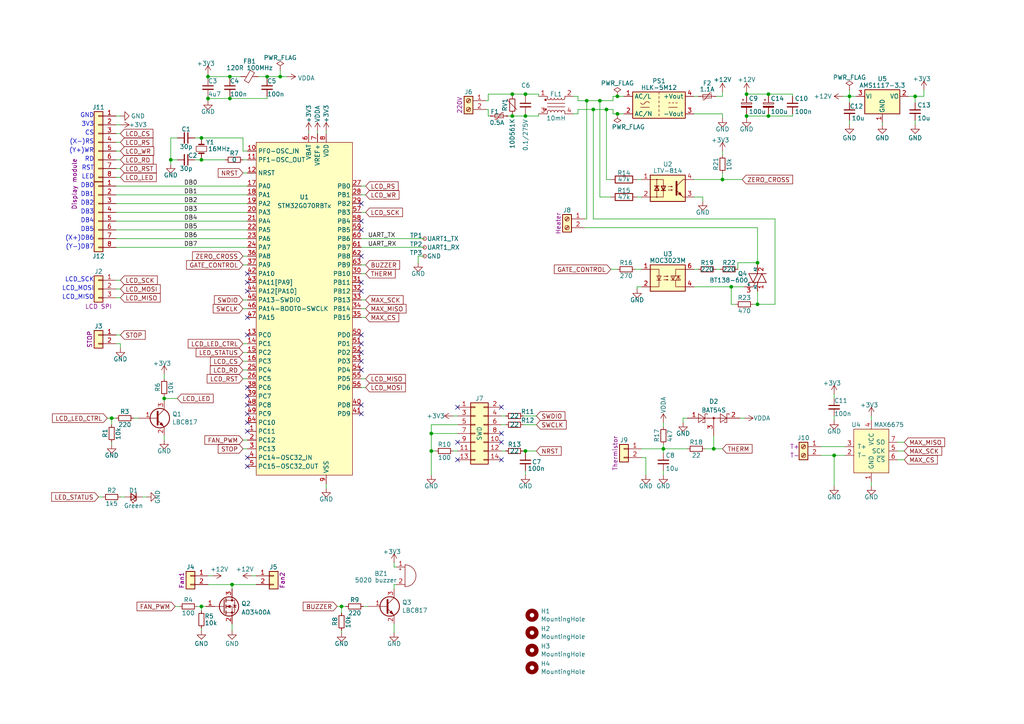
<source format=kicad_sch>
(kicad_sch (version 20211123) (generator eeschema)

  (uuid 70d5c94e-4b51-493e-80c5-98d2c2b0b85e)

  (paper "A4")

  

  (junction (at 179.07 33.02) (diameter 0) (color 0 0 0 0)
    (uuid 10d1282e-eda3-45e9-a948-3e5c9e05abd3)
  )
  (junction (at 125.095 130.81) (diameter 0) (color 0 0 0 0)
    (uuid 178eba62-bb03-4037-9b55-9f471fd5a5bf)
  )
  (junction (at 49.53 46.355) (diameter 0) (color 0 0 0 0)
    (uuid 18a5a8c7-664c-4a54-ba94-aa4f683fee93)
  )
  (junction (at 265.43 27.94) (diameter 0) (color 0 0 0 0)
    (uuid 2674fe2f-e560-40cc-bad9-2801cb6ee12d)
  )
  (junction (at 246.38 27.94) (diameter 0) (color 0 0 0 0)
    (uuid 2813f6f8-790e-4537-9314-18df1ad26b23)
  )
  (junction (at 192.405 130.175) (diameter 0) (color 0 0 0 0)
    (uuid 2a524186-8a30-4949-8c8b-de559e75c8fd)
  )
  (junction (at 216.535 27.305) (diameter 0) (color 0 0 0 0)
    (uuid 2a943c7c-1ab2-40d8-bb61-3e21e93c3d07)
  )
  (junction (at 81.28 22.225) (diameter 0) (color 0 0 0 0)
    (uuid 32f9f031-3a7d-436b-a697-64db254e9f48)
  )
  (junction (at 32.385 121.285) (diameter 0) (color 0 0 0 0)
    (uuid 3806f52e-f776-4ec5-a0b2-37172e8b24b3)
  )
  (junction (at 222.885 33.655) (diameter 0) (color 0 0 0 0)
    (uuid 40c04ffc-a7fe-49b4-8b8b-30a39b16fba0)
  )
  (junction (at 125.095 125.73) (diameter 0) (color 0 0 0 0)
    (uuid 4a66b485-3cc5-4737-bd32-71657bb2cb00)
  )
  (junction (at 241.935 132.08) (diameter 0) (color 0 0 0 0)
    (uuid 4b0034b3-1b35-4be3-9120-e386c0163984)
  )
  (junction (at 77.47 22.225) (diameter 0) (color 0 0 0 0)
    (uuid 5375496c-16d3-4105-a1bd-44d0c66b47f7)
  )
  (junction (at 148.59 27.305) (diameter 0) (color 0 0 0 0)
    (uuid 5d8b740b-10bb-4bd2-aef0-89f5e4f46082)
  )
  (junction (at 175.895 31.75) (diameter 0) (color 0 0 0 0)
    (uuid 66ba1dbe-d797-4e4a-a4a0-cf74c21e2e86)
  )
  (junction (at 219.71 88.265) (diameter 0) (color 0 0 0 0)
    (uuid 67217886-8bbe-450c-bb8f-4a9c1c7eb7fe)
  )
  (junction (at 207.01 130.175) (diameter 0) (color 0 0 0 0)
    (uuid 6fa7d3c8-48cf-4d15-9fd3-43ed9300ac40)
  )
  (junction (at 209.55 52.07) (diameter 0) (color 0 0 0 0)
    (uuid 7402d442-a518-4f43-b83e-0e510efb64dd)
  )
  (junction (at 58.42 46.355) (diameter 0) (color 0 0 0 0)
    (uuid 75629cf6-1307-4c7e-ad40-dcb91ba16500)
  )
  (junction (at 152.4 27.305) (diameter 0) (color 0 0 0 0)
    (uuid 7669ec0a-426d-431a-ab1e-41c7e1ba9adf)
  )
  (junction (at 222.885 27.305) (diameter 0) (color 0 0 0 0)
    (uuid 782563e4-2235-4eeb-86ea-8e044add4ce9)
  )
  (junction (at 216.535 33.655) (diameter 0) (color 0 0 0 0)
    (uuid 85ca8925-6218-41d4-93ba-da83f606f910)
  )
  (junction (at 60.325 22.225) (diameter 0) (color 0 0 0 0)
    (uuid 87a032de-a869-49e6-b7e9-ffa0f10e2125)
  )
  (junction (at 148.59 33.655) (diameter 0) (color 0 0 0 0)
    (uuid 88673e66-d0d6-4a78-95f3-366baed8a65e)
  )
  (junction (at 152.4 130.81) (diameter 0) (color 0 0 0 0)
    (uuid 92d302e0-db9a-4c4f-9f2c-34a8139517e5)
  )
  (junction (at 66.675 28.575) (diameter 0) (color 0 0 0 0)
    (uuid 955d7b53-c4b6-4346-ab04-2bac98fc9271)
  )
  (junction (at 212.09 83.185) (diameter 0) (color 0 0 0 0)
    (uuid 9820d6a2-96c1-4222-a96f-190be4642f26)
  )
  (junction (at 173.99 29.21) (diameter 0) (color 0 0 0 0)
    (uuid 98a1eea8-44a8-4a47-a427-e6cc41ebeafa)
  )
  (junction (at 99.06 175.895) (diameter 0) (color 0 0 0 0)
    (uuid a7262465-6d9e-473a-bae3-ccbd4c7c4efa)
  )
  (junction (at 152.4 33.655) (diameter 0) (color 0 0 0 0)
    (uuid ae865a34-f421-4602-8c0e-fa7d06aa340e)
  )
  (junction (at 66.675 22.225) (diameter 0) (color 0 0 0 0)
    (uuid b1074374-f8c2-4c2d-9e63-777bc2947e26)
  )
  (junction (at 58.42 175.895) (diameter 0) (color 0 0 0 0)
    (uuid c0f903a9-00d7-4fad-ae1f-a8d69388ada8)
  )
  (junction (at 179.07 27.94) (diameter 0) (color 0 0 0 0)
    (uuid c773af5b-01b9-41bd-9805-08e47da79272)
  )
  (junction (at 60.325 28.575) (diameter 0) (color 0 0 0 0)
    (uuid d3db1909-0dcc-44b7-b5eb-6b4eeb1acfa4)
  )
  (junction (at 58.42 40.005) (diameter 0) (color 0 0 0 0)
    (uuid e21e7e25-a7e8-4cb4-8e43-6e8f2e737d61)
  )
  (junction (at 47.625 115.57) (diameter 0) (color 0 0 0 0)
    (uuid e2b0dcc3-8ec2-4312-9923-d633e2ecacb5)
  )
  (junction (at 67.31 169.545) (diameter 0) (color 0 0 0 0)
    (uuid e9b73433-5613-4340-80df-b7e982d63d63)
  )
  (junction (at 170.18 29.21) (diameter 0) (color 0 0 0 0)
    (uuid ed1345f8-1504-476c-bd93-b4c4b495a553)
  )
  (junction (at 172.085 31.75) (diameter 0) (color 0 0 0 0)
    (uuid f692e449-0c47-47be-9ec5-c7f7c41077a4)
  )
  (junction (at 219.71 76.2) (diameter 0) (color 0 0 0 0)
    (uuid f896ae27-bcdf-4350-ad6f-7b06190d5c77)
  )

  (no_connect (at 71.755 114.935) (uuid 02a0e8ca-1285-40f1-830a-fd6772d26e9e))
  (no_connect (at 104.775 107.315) (uuid 120c25cd-b48f-4118-8a11-8d340ac5b9ec))
  (no_connect (at 71.755 125.095) (uuid 13c8acdf-a53f-4840-8513-f27fcda50062))
  (no_connect (at 71.755 84.455) (uuid 231fb950-1955-44dc-88c0-205679e6be90))
  (no_connect (at 132.715 128.27) (uuid 29ccae83-b57f-48a8-abd1-e3ee2ed14c2b))
  (no_connect (at 145.415 133.35) (uuid 398b3637-6d4b-4338-b931-145a208eb5ac))
  (no_connect (at 104.775 84.455) (uuid 3cbaa695-625d-43c5-9799-d8a064245347))
  (no_connect (at 71.755 135.255) (uuid 58ddb0a5-68f2-4c92-bd26-a913a9056cbc))
  (no_connect (at 104.775 81.915) (uuid 5c494ac1-1540-4c8e-8831-34bbb571c120))
  (no_connect (at 104.775 120.015) (uuid 622eb112-b737-4b9c-92c8-3ba3a6c8215b))
  (no_connect (at 104.775 102.235) (uuid 62dee897-2e05-4958-b89e-91d5a11634bb))
  (no_connect (at 145.415 128.27) (uuid 6b8ee2cc-cd08-4e8d-9045-6b62ac3ba79f))
  (no_connect (at 71.755 81.915) (uuid 729964a8-5452-4e86-9f32-e1f2d6aae048))
  (no_connect (at 71.755 97.155) (uuid 7c2f64c1-84c7-447a-bf07-5e2cfb5a8ead))
  (no_connect (at 71.755 120.015) (uuid 7f5c9fab-9fd4-44ad-abcf-7d891e2d2080))
  (no_connect (at 104.775 97.155) (uuid 803d3936-1234-48b3-b783-725ed3d1872b))
  (no_connect (at 145.415 118.11) (uuid 8744691b-6641-436e-9f46-a8d48ce27583))
  (no_connect (at 104.775 99.695) (uuid 89f2040c-1b88-4ada-b27f-7fe5ff355b3c))
  (no_connect (at 71.755 92.075) (uuid 93010cf3-63f8-4b68-9d6c-045dbc2f694e))
  (no_connect (at 71.755 132.715) (uuid bb6588e9-a9ff-473e-a628-11e627baf898))
  (no_connect (at 71.755 79.375) (uuid bb7c6493-2b1d-481a-8549-a2bf084febff))
  (no_connect (at 104.775 104.775) (uuid c0abdffa-7a3e-4939-9f6c-a2662f359cd8))
  (no_connect (at 132.715 133.35) (uuid c4265f23-a72b-4efe-9397-f668a170c441))
  (no_connect (at 104.775 117.475) (uuid c6df1aad-79b6-4b02-b9c4-8c9e977ce511))
  (no_connect (at 71.755 117.475) (uuid cffaf50c-0cf6-4e1e-9920-d70b70154d57))
  (no_connect (at 104.775 66.675) (uuid d63d23db-05cd-4b6f-99af-9abae33759ed))
  (no_connect (at 104.775 74.295) (uuid d63d23db-05cd-4b6f-99af-9abae33759ee))
  (no_connect (at 104.775 64.135) (uuid d63d23db-05cd-4b6f-99af-9abae33759ef))
  (no_connect (at 132.715 118.11) (uuid d66678ba-b776-40e5-b647-81b29a23c0cf))
  (no_connect (at 71.755 112.395) (uuid ecf2293c-0457-4b5d-91a1-8249fea43123))
  (no_connect (at 71.755 122.555) (uuid f0b9537d-50f2-4a4e-8743-f58c7a0b499e))
  (no_connect (at 145.415 125.73) (uuid f3f3afbf-cdc2-4821-bd58-e917acce0b45))
  (no_connect (at 104.775 59.055) (uuid f73c516f-b57a-4220-9960-8cb4dba9027c))

  (wire (pts (xy 219.71 88.265) (xy 219.71 84.455))
    (stroke (width 0) (type default) (color 0 0 0 0))
    (uuid 0021461e-29f3-423e-9587-5901802d71b2)
  )
  (wire (pts (xy 167.64 29.21) (xy 170.18 29.21))
    (stroke (width 0) (type default) (color 0 0 0 0))
    (uuid 007ce7f0-c2c3-4aaa-82bb-fdf3c8562e05)
  )
  (wire (pts (xy 58.42 175.895) (xy 59.69 175.895))
    (stroke (width 0) (type default) (color 0 0 0 0))
    (uuid 00ab1310-3a4b-4ee9-8d79-777dcf16f212)
  )
  (wire (pts (xy 71.755 86.995) (xy 70.485 86.995))
    (stroke (width 0) (type default) (color 0 0 0 0))
    (uuid 0144d383-eac1-4f04-b205-b70cb20a560d)
  )
  (wire (pts (xy 33.655 56.515) (xy 71.755 56.515))
    (stroke (width 0) (type default) (color 0 0 0 0))
    (uuid 01c58a7e-d6b5-40d0-bda4-8ccd186d7beb)
  )
  (wire (pts (xy 201.295 33.02) (xy 209.55 33.02))
    (stroke (width 0) (type default) (color 0 0 0 0))
    (uuid 022babd2-5db8-4723-9f7d-bcb28a887d46)
  )
  (wire (pts (xy 51.435 40.005) (xy 49.53 40.005))
    (stroke (width 0) (type default) (color 0 0 0 0))
    (uuid 03d6590e-4c39-45de-88db-ceaf49cd88fc)
  )
  (wire (pts (xy 169.545 63.5) (xy 170.18 63.5))
    (stroke (width 0) (type default) (color 0 0 0 0))
    (uuid 0573d05d-d8de-470a-a9c2-1610483fd700)
  )
  (wire (pts (xy 104.775 69.215) (xy 123.19 69.215))
    (stroke (width 0) (type default) (color 0 0 0 0))
    (uuid 066e8e26-4711-4f62-9f42-df6e54e78b18)
  )
  (wire (pts (xy 70.485 43.815) (xy 71.755 43.815))
    (stroke (width 0) (type default) (color 0 0 0 0))
    (uuid 073ed338-2da0-4d4d-b98b-17c345cd2540)
  )
  (wire (pts (xy 216.535 33.655) (xy 216.535 33.02))
    (stroke (width 0) (type default) (color 0 0 0 0))
    (uuid 0aac980a-4e18-4f80-9bc9-0aef6e9345e6)
  )
  (wire (pts (xy 60.325 22.225) (xy 60.325 22.86))
    (stroke (width 0) (type default) (color 0 0 0 0))
    (uuid 0ac91038-65c9-45fa-a371-6b1c8ee2fd8d)
  )
  (wire (pts (xy 177.8 31.75) (xy 177.8 33.02))
    (stroke (width 0) (type default) (color 0 0 0 0))
    (uuid 0b4f6b92-2b02-4121-925d-528fb47994ff)
  )
  (wire (pts (xy 121.285 74.295) (xy 121.285 76.2))
    (stroke (width 0) (type default) (color 0 0 0 0))
    (uuid 0da35be7-ed3b-4496-9bd7-6746ce122503)
  )
  (wire (pts (xy 192.405 130.175) (xy 199.39 130.175))
    (stroke (width 0) (type default) (color 0 0 0 0))
    (uuid 0dfa5151-f145-4af5-a82a-3762f0478d22)
  )
  (wire (pts (xy 67.31 180.975) (xy 67.31 182.88))
    (stroke (width 0) (type default) (color 0 0 0 0))
    (uuid 0e7d0507-1a25-47db-b391-eebe906ef052)
  )
  (wire (pts (xy 201.295 78.105) (xy 202.565 78.105))
    (stroke (width 0) (type default) (color 0 0 0 0))
    (uuid 0ed25811-49a6-4f41-a7b9-8fd7e354f294)
  )
  (wire (pts (xy 106.045 61.595) (xy 104.775 61.595))
    (stroke (width 0) (type default) (color 0 0 0 0))
    (uuid 12d6ccd4-0ece-4fd3-b388-f80fe4a9f526)
  )
  (wire (pts (xy 260.35 128.27) (xy 262.255 128.27))
    (stroke (width 0) (type default) (color 0 0 0 0))
    (uuid 146cb325-707a-497b-a051-8670d8e32009)
  )
  (wire (pts (xy 224.79 88.265) (xy 224.79 63.5))
    (stroke (width 0) (type default) (color 0 0 0 0))
    (uuid 14e94641-5b7e-45fa-aa63-d7f60ae2f28e)
  )
  (wire (pts (xy 219.71 76.2) (xy 219.71 76.835))
    (stroke (width 0) (type default) (color 0 0 0 0))
    (uuid 15ac11b4-6f83-4265-8708-9a1c8046cc27)
  )
  (wire (pts (xy 219.71 66.04) (xy 219.71 76.2))
    (stroke (width 0) (type default) (color 0 0 0 0))
    (uuid 17346005-ee7a-448a-98ca-695574ed6db0)
  )
  (wire (pts (xy 58.42 46.355) (xy 65.405 46.355))
    (stroke (width 0) (type default) (color 0 0 0 0))
    (uuid 17908aa3-3d4d-4772-9eac-9638d5436758)
  )
  (wire (pts (xy 172.085 31.75) (xy 175.895 31.75))
    (stroke (width 0) (type default) (color 0 0 0 0))
    (uuid 1a055c2b-8eb2-4e43-b2e2-865a7dba1b47)
  )
  (wire (pts (xy 267.97 27.94) (xy 265.43 27.94))
    (stroke (width 0) (type default) (color 0 0 0 0))
    (uuid 1a386317-bdf0-4bfe-ada3-a80fd004c070)
  )
  (wire (pts (xy 125.095 125.73) (xy 125.095 130.81))
    (stroke (width 0) (type default) (color 0 0 0 0))
    (uuid 1af33c80-2561-4b1e-b204-f83de0f09f67)
  )
  (wire (pts (xy 33.655 41.275) (xy 34.925 41.275))
    (stroke (width 0) (type default) (color 0 0 0 0))
    (uuid 1cd9e01c-20f6-4a19-a03b-9c286a691e93)
  )
  (wire (pts (xy 246.38 26.035) (xy 246.38 27.94))
    (stroke (width 0) (type default) (color 0 0 0 0))
    (uuid 1cf0ee07-09b4-4188-acb1-826fb352eda1)
  )
  (wire (pts (xy 241.935 120.65) (xy 241.935 121.92))
    (stroke (width 0) (type default) (color 0 0 0 0))
    (uuid 1d773b12-42af-472a-b205-8d8884bf8bf5)
  )
  (wire (pts (xy 241.935 114.3) (xy 241.935 115.57))
    (stroke (width 0) (type default) (color 0 0 0 0))
    (uuid 1dcb7028-30dc-4be3-9d1c-b06404d833e8)
  )
  (wire (pts (xy 222.885 27.305) (xy 229.87 27.305))
    (stroke (width 0) (type default) (color 0 0 0 0))
    (uuid 1e51ff7a-adf8-4347-9ad0-80b38225e404)
  )
  (wire (pts (xy 186.055 83.185) (xy 184.785 83.185))
    (stroke (width 0) (type default) (color 0 0 0 0))
    (uuid 1e611147-23a0-46d4-bc28-c8e2431653bc)
  )
  (wire (pts (xy 145.415 120.65) (xy 146.685 120.65))
    (stroke (width 0) (type default) (color 0 0 0 0))
    (uuid 1f7ff77e-d427-4fb7-b5a8-84efa7a2c4ce)
  )
  (wire (pts (xy 33.655 86.36) (xy 34.925 86.36))
    (stroke (width 0) (type default) (color 0 0 0 0))
    (uuid 1fcf8551-87f7-4810-9cef-24f2e85198c9)
  )
  (wire (pts (xy 145.415 130.81) (xy 146.685 130.81))
    (stroke (width 0) (type default) (color 0 0 0 0))
    (uuid 2119aee8-1a12-4149-9899-d7d5887b62e7)
  )
  (wire (pts (xy 33.655 69.215) (xy 71.755 69.215))
    (stroke (width 0) (type default) (color 0 0 0 0))
    (uuid 229ea638-20c6-4b22-9c8e-9a21c25f3c04)
  )
  (wire (pts (xy 33.655 48.895) (xy 34.925 48.895))
    (stroke (width 0) (type default) (color 0 0 0 0))
    (uuid 231e9158-cad2-4d0a-9a44-7e94496c6105)
  )
  (wire (pts (xy 60.325 21.59) (xy 60.325 22.225))
    (stroke (width 0) (type default) (color 0 0 0 0))
    (uuid 2427064f-e22e-426c-86ce-bac1c0f4a05c)
  )
  (wire (pts (xy 77.47 28.575) (xy 66.675 28.575))
    (stroke (width 0) (type default) (color 0 0 0 0))
    (uuid 252ba6a7-e71e-4a0f-a62a-bb1dfd96477a)
  )
  (wire (pts (xy 216.535 33.655) (xy 222.885 33.655))
    (stroke (width 0) (type default) (color 0 0 0 0))
    (uuid 26be7da3-3add-4daf-b009-21aa81320c47)
  )
  (wire (pts (xy 73.025 167.005) (xy 74.295 167.005))
    (stroke (width 0) (type default) (color 0 0 0 0))
    (uuid 284a0d2b-52e7-47d2-a9f8-25e4857b1108)
  )
  (wire (pts (xy 114.3 163.195) (xy 114.3 164.465))
    (stroke (width 0) (type default) (color 0 0 0 0))
    (uuid 298d4d5f-e2a3-4d61-a537-807b78ffd3a6)
  )
  (wire (pts (xy 104.775 79.375) (xy 106.045 79.375))
    (stroke (width 0) (type default) (color 0 0 0 0))
    (uuid 2b2987f5-ce94-4e64-b0d0-4b4a038748d4)
  )
  (wire (pts (xy 184.785 57.15) (xy 186.055 57.15))
    (stroke (width 0) (type default) (color 0 0 0 0))
    (uuid 2b54976f-acfa-4453-91b9-5be6fb009020)
  )
  (wire (pts (xy 260.35 130.81) (xy 262.255 130.81))
    (stroke (width 0) (type default) (color 0 0 0 0))
    (uuid 2c7cf1f3-1c7a-4fdc-abae-1ff2b4a13bf0)
  )
  (wire (pts (xy 222.885 33.655) (xy 229.87 33.655))
    (stroke (width 0) (type default) (color 0 0 0 0))
    (uuid 2dc300fa-5ca4-4a2a-a9ab-42e3a011bc4d)
  )
  (wire (pts (xy 114.3 170.815) (xy 114.3 169.545))
    (stroke (width 0) (type default) (color 0 0 0 0))
    (uuid 2e2ff7e0-e2d0-466c-8128-1fd106af9edb)
  )
  (wire (pts (xy 33.655 46.355) (xy 34.925 46.355))
    (stroke (width 0) (type default) (color 0 0 0 0))
    (uuid 2f2a549e-bb0e-47a8-ab2e-14d62e38d710)
  )
  (wire (pts (xy 58.42 40.64) (xy 58.42 40.005))
    (stroke (width 0) (type default) (color 0 0 0 0))
    (uuid 2f7478d0-9cff-402b-8554-c7a0b329b89a)
  )
  (wire (pts (xy 198.12 122.555) (xy 198.12 121.285))
    (stroke (width 0) (type default) (color 0 0 0 0))
    (uuid 312e8498-08e2-4ed6-bff3-351c87d1d82d)
  )
  (wire (pts (xy 184.15 78.105) (xy 186.055 78.105))
    (stroke (width 0) (type default) (color 0 0 0 0))
    (uuid 328ea336-6d64-44fe-a15f-5d6c55b12ff5)
  )
  (wire (pts (xy 216.535 27.305) (xy 216.535 26.67))
    (stroke (width 0) (type default) (color 0 0 0 0))
    (uuid 32c83969-feb6-45ec-b6b8-e008c73cd0c6)
  )
  (wire (pts (xy 152.4 131.445) (xy 152.4 130.81))
    (stroke (width 0) (type default) (color 0 0 0 0))
    (uuid 340bd1ac-de65-4ae6-901d-42870f8619a6)
  )
  (wire (pts (xy 33.655 53.975) (xy 71.755 53.975))
    (stroke (width 0) (type default) (color 0 0 0 0))
    (uuid 3542be4e-b4ee-45a1-9d63-f53e37486c50)
  )
  (wire (pts (xy 125.095 130.81) (xy 126.365 130.81))
    (stroke (width 0) (type default) (color 0 0 0 0))
    (uuid 364c1969-f137-4838-90c1-928bd9479741)
  )
  (wire (pts (xy 56.515 46.355) (xy 58.42 46.355))
    (stroke (width 0) (type default) (color 0 0 0 0))
    (uuid 3752a0c4-1dcb-49d4-a2e5-80549881d80e)
  )
  (wire (pts (xy 187.325 132.715) (xy 186.055 132.715))
    (stroke (width 0) (type default) (color 0 0 0 0))
    (uuid 3bdc0e83-6cc4-46b1-b021-984a1e7cffe1)
  )
  (wire (pts (xy 81.28 22.225) (xy 77.47 22.225))
    (stroke (width 0) (type default) (color 0 0 0 0))
    (uuid 3cd7d5c3-9d51-4310-bc8d-6d3dd49a26cb)
  )
  (wire (pts (xy 114.3 164.465) (xy 114.935 164.465))
    (stroke (width 0) (type default) (color 0 0 0 0))
    (uuid 3e24501e-5c37-4797-b79d-2a21bbc58639)
  )
  (wire (pts (xy 70.485 127.635) (xy 71.755 127.635))
    (stroke (width 0) (type default) (color 0 0 0 0))
    (uuid 3e438bf2-5d45-4fe2-893d-8d01133768aa)
  )
  (wire (pts (xy 94.615 38.735) (xy 94.615 38.1))
    (stroke (width 0) (type default) (color 0 0 0 0))
    (uuid 41254fb2-5180-46c8-85b6-c57dbbb63d57)
  )
  (wire (pts (xy 213.36 88.265) (xy 212.09 88.265))
    (stroke (width 0) (type default) (color 0 0 0 0))
    (uuid 413ad3e7-dc04-4a32-acc3-cccdeed34133)
  )
  (wire (pts (xy 33.655 64.135) (xy 71.755 64.135))
    (stroke (width 0) (type default) (color 0 0 0 0))
    (uuid 44a25521-3a36-43dc-86e3-dee410723620)
  )
  (wire (pts (xy 132.715 120.65) (xy 131.445 120.65))
    (stroke (width 0) (type default) (color 0 0 0 0))
    (uuid 44fd9920-f365-4de2-a0ed-67ea47900838)
  )
  (wire (pts (xy 32.385 121.285) (xy 32.385 123.19))
    (stroke (width 0) (type default) (color 0 0 0 0))
    (uuid 459c61eb-9f32-4788-97e9-e10295993852)
  )
  (wire (pts (xy 50.8 175.895) (xy 52.07 175.895))
    (stroke (width 0) (type default) (color 0 0 0 0))
    (uuid 485db09e-08b8-4ebf-8505-c093f7bcc081)
  )
  (wire (pts (xy 267.97 26.035) (xy 267.97 27.94))
    (stroke (width 0) (type default) (color 0 0 0 0))
    (uuid 4c33aebc-da00-4a30-aa22-90bebf81a76f)
  )
  (wire (pts (xy 184.785 52.07) (xy 186.055 52.07))
    (stroke (width 0) (type default) (color 0 0 0 0))
    (uuid 4c437070-8a96-4794-8415-41de164051c8)
  )
  (wire (pts (xy 260.35 133.35) (xy 262.255 133.35))
    (stroke (width 0) (type default) (color 0 0 0 0))
    (uuid 4ce33d32-0190-468e-9609-9d0da1c506d1)
  )
  (wire (pts (xy 241.935 140.97) (xy 241.935 132.08))
    (stroke (width 0) (type default) (color 0 0 0 0))
    (uuid 4e5691f8-785f-45e7-b4f7-8fef0e7a06be)
  )
  (wire (pts (xy 106.68 175.895) (xy 105.41 175.895))
    (stroke (width 0) (type default) (color 0 0 0 0))
    (uuid 4f55e4bd-bb3b-4ee3-9afc-f86399ee41f4)
  )
  (wire (pts (xy 33.655 43.815) (xy 34.925 43.815))
    (stroke (width 0) (type default) (color 0 0 0 0))
    (uuid 5010040e-1fa2-478d-ad5c-c5a5ed31e76a)
  )
  (wire (pts (xy 34.925 99.695) (xy 33.655 99.695))
    (stroke (width 0) (type default) (color 0 0 0 0))
    (uuid 50956549-6d1d-497b-9d30-82d9190ecd95)
  )
  (wire (pts (xy 265.43 36.195) (xy 265.43 34.925))
    (stroke (width 0) (type default) (color 0 0 0 0))
    (uuid 5160db40-f61a-48bf-88b4-bb5ac60e8c5c)
  )
  (wire (pts (xy 99.06 175.895) (xy 99.06 177.8))
    (stroke (width 0) (type default) (color 0 0 0 0))
    (uuid 51748198-6651-4d5f-91c6-5c932877469e)
  )
  (wire (pts (xy 244.475 27.94) (xy 246.38 27.94))
    (stroke (width 0) (type default) (color 0 0 0 0))
    (uuid 51fa0dae-5c5d-43be-a032-d5e704105e36)
  )
  (wire (pts (xy 99.06 175.895) (xy 97.79 175.895))
    (stroke (width 0) (type default) (color 0 0 0 0))
    (uuid 52cc17ab-1c7d-46ef-bd12-7cdc557dea44)
  )
  (wire (pts (xy 179.07 33.02) (xy 180.975 33.02))
    (stroke (width 0) (type default) (color 0 0 0 0))
    (uuid 53db0dc0-dfcf-4bc3-86dc-ffaf3adceda5)
  )
  (wire (pts (xy 70.485 50.165) (xy 71.755 50.165))
    (stroke (width 0) (type default) (color 0 0 0 0))
    (uuid 54c86742-77c6-4e83-b5ac-c3d2c7e1ffbf)
  )
  (wire (pts (xy 33.655 59.055) (xy 71.755 59.055))
    (stroke (width 0) (type default) (color 0 0 0 0))
    (uuid 553624ab-59cc-4b73-ba66-e480e762af82)
  )
  (wire (pts (xy 209.55 33.02) (xy 209.55 34.29))
    (stroke (width 0) (type default) (color 0 0 0 0))
    (uuid 5562c925-f045-40b8-92d6-6b7d2804d02e)
  )
  (wire (pts (xy 33.655 38.735) (xy 34.925 38.735))
    (stroke (width 0) (type default) (color 0 0 0 0))
    (uuid 5979264b-6afe-4e22-96c5-3f71a986ef24)
  )
  (wire (pts (xy 99.06 182.88) (xy 99.06 183.515))
    (stroke (width 0) (type default) (color 0 0 0 0))
    (uuid 5a6e0996-726c-4734-b732-4de754e0fd61)
  )
  (wire (pts (xy 219.71 88.265) (xy 224.79 88.265))
    (stroke (width 0) (type default) (color 0 0 0 0))
    (uuid 5a9fc432-e44b-4e3c-9c3d-22a69730a0bd)
  )
  (wire (pts (xy 47.625 114.935) (xy 47.625 115.57))
    (stroke (width 0) (type default) (color 0 0 0 0))
    (uuid 5d7c9844-6843-4bf4-8e02-546ebb64d2b1)
  )
  (wire (pts (xy 66.675 27.94) (xy 66.675 28.575))
    (stroke (width 0) (type default) (color 0 0 0 0))
    (uuid 5dca9511-d8cd-4147-bd9f-31dd1bd1dd6d)
  )
  (wire (pts (xy 212.09 83.185) (xy 215.9 83.185))
    (stroke (width 0) (type default) (color 0 0 0 0))
    (uuid 5ee0bac8-a1bf-47f5-851e-f3aa88aed95e)
  )
  (wire (pts (xy 145.415 123.19) (xy 146.685 123.19))
    (stroke (width 0) (type default) (color 0 0 0 0))
    (uuid 5f0421c7-6eee-4199-9d9a-3d8bc1ed0d8d)
  )
  (wire (pts (xy 34.925 97.155) (xy 33.655 97.155))
    (stroke (width 0) (type default) (color 0 0 0 0))
    (uuid 5f532fb3-61a0-4311-84e3-980da4cac791)
  )
  (wire (pts (xy 131.445 130.81) (xy 132.715 130.81))
    (stroke (width 0) (type default) (color 0 0 0 0))
    (uuid 5f54bcb8-0a80-47c7-a329-d6dcc9d5f1fd)
  )
  (wire (pts (xy 104.775 56.515) (xy 106.045 56.515))
    (stroke (width 0) (type default) (color 0 0 0 0))
    (uuid 5ffe049d-d6ca-4d4b-9828-4de9d6b65180)
  )
  (wire (pts (xy 187.325 137.795) (xy 187.325 132.715))
    (stroke (width 0) (type default) (color 0 0 0 0))
    (uuid 604bd3df-937d-4be0-9c3f-52ae19fce0ab)
  )
  (wire (pts (xy 213.995 78.105) (xy 213.995 76.2))
    (stroke (width 0) (type default) (color 0 0 0 0))
    (uuid 609e9a3c-4516-495e-9fd2-c9a2d058a806)
  )
  (wire (pts (xy 49.53 46.355) (xy 49.53 47.625))
    (stroke (width 0) (type default) (color 0 0 0 0))
    (uuid 63a9b380-5a3c-44f9-8357-42fca1d949d7)
  )
  (wire (pts (xy 148.59 27.305) (xy 148.59 27.94))
    (stroke (width 0) (type default) (color 0 0 0 0))
    (uuid 6427b149-8335-42f9-beab-08f2b86f5d01)
  )
  (wire (pts (xy 167.64 31.75) (xy 172.085 31.75))
    (stroke (width 0) (type default) (color 0 0 0 0))
    (uuid 651f9eb4-002d-4a2c-aa75-227371ea604a)
  )
  (wire (pts (xy 34.925 144.145) (xy 36.195 144.145))
    (stroke (width 0) (type default) (color 0 0 0 0))
    (uuid 661a5444-c2d9-4db8-959d-373e0df196f7)
  )
  (wire (pts (xy 125.095 130.81) (xy 125.095 137.795))
    (stroke (width 0) (type default) (color 0 0 0 0))
    (uuid 66c44345-8bca-45e9-b3f5-ca66e11b59b3)
  )
  (wire (pts (xy 209.55 43.815) (xy 209.55 45.085))
    (stroke (width 0) (type default) (color 0 0 0 0))
    (uuid 69ae94e7-48ef-4f42-8265-cacf71aebd13)
  )
  (wire (pts (xy 152.4 27.305) (xy 152.4 27.94))
    (stroke (width 0) (type default) (color 0 0 0 0))
    (uuid 6a1441f2-4627-4d36-b4cf-a5aeac796080)
  )
  (wire (pts (xy 186.055 130.175) (xy 192.405 130.175))
    (stroke (width 0) (type default) (color 0 0 0 0))
    (uuid 6a50f686-04a8-43bf-8595-9ee16fa9220b)
  )
  (wire (pts (xy 125.095 123.19) (xy 125.095 125.73))
    (stroke (width 0) (type default) (color 0 0 0 0))
    (uuid 6b1ccedd-d6e8-4ff3-b0a9-a40316cd89d5)
  )
  (wire (pts (xy 47.625 115.57) (xy 51.435 115.57))
    (stroke (width 0) (type default) (color 0 0 0 0))
    (uuid 6c52db09-1cb8-4628-b97d-cd400f82756a)
  )
  (wire (pts (xy 216.535 27.305) (xy 222.885 27.305))
    (stroke (width 0) (type default) (color 0 0 0 0))
    (uuid 6ca4801d-06e0-479b-9dd7-7f378b83911c)
  )
  (wire (pts (xy 177.165 78.105) (xy 179.07 78.105))
    (stroke (width 0) (type default) (color 0 0 0 0))
    (uuid 6cec7a00-1c0a-4b85-ba0d-b68674bbf602)
  )
  (wire (pts (xy 104.775 86.995) (xy 106.045 86.995))
    (stroke (width 0) (type default) (color 0 0 0 0))
    (uuid 6e247e44-f717-4a85-8038-5e0ee1c1b729)
  )
  (wire (pts (xy 60.325 27.94) (xy 60.325 28.575))
    (stroke (width 0) (type default) (color 0 0 0 0))
    (uuid 6eabda4d-213f-4d12-bb0f-841999959543)
  )
  (wire (pts (xy 177.165 52.07) (xy 175.895 52.07))
    (stroke (width 0) (type default) (color 0 0 0 0))
    (uuid 6ebd19aa-16b0-4a2f-b643-07e07cf69388)
  )
  (wire (pts (xy 74.295 169.545) (xy 67.31 169.545))
    (stroke (width 0) (type default) (color 0 0 0 0))
    (uuid 7012ddf8-ad0b-4f65-8ed8-2bb9cfc77198)
  )
  (wire (pts (xy 34.925 100.965) (xy 34.925 99.695))
    (stroke (width 0) (type default) (color 0 0 0 0))
    (uuid 716a1d72-a69c-4b20-af6a-6f6a6d12d249)
  )
  (wire (pts (xy 66.675 28.575) (xy 60.325 28.575))
    (stroke (width 0) (type default) (color 0 0 0 0))
    (uuid 72b4f67e-72f2-4c23-86d4-e502e953015e)
  )
  (wire (pts (xy 252.73 121.92) (xy 252.73 120.65))
    (stroke (width 0) (type default) (color 0 0 0 0))
    (uuid 7360f44e-c228-43ab-b4c0-fe6c5d0838f3)
  )
  (wire (pts (xy 167.64 29.21) (xy 167.64 27.94))
    (stroke (width 0) (type default) (color 0 0 0 0))
    (uuid 74362be6-c139-4054-8806-c3e14c558bd1)
  )
  (wire (pts (xy 60.325 28.575) (xy 60.325 29.21))
    (stroke (width 0) (type default) (color 0 0 0 0))
    (uuid 75d5fb48-948d-4648-887f-a9c863b86061)
  )
  (wire (pts (xy 141.605 29.21) (xy 141.605 27.305))
    (stroke (width 0) (type default) (color 0 0 0 0))
    (uuid 791bdc83-6e52-492f-879a-979353ad853f)
  )
  (wire (pts (xy 177.8 29.21) (xy 177.8 27.94))
    (stroke (width 0) (type default) (color 0 0 0 0))
    (uuid 795b2203-8956-48d7-9017-c5a4422098f1)
  )
  (wire (pts (xy 207.645 27.94) (xy 209.55 27.94))
    (stroke (width 0) (type default) (color 0 0 0 0))
    (uuid 79a209df-6e02-4e05-917f-9293986be211)
  )
  (wire (pts (xy 175.895 52.07) (xy 175.895 31.75))
    (stroke (width 0) (type default) (color 0 0 0 0))
    (uuid 7a83ac6a-0e04-4867-b6b9-8c951c04c790)
  )
  (wire (pts (xy 170.18 29.21) (xy 173.99 29.21))
    (stroke (width 0) (type default) (color 0 0 0 0))
    (uuid 7b9fccac-2787-4a54-9d97-ab97d9d155fc)
  )
  (wire (pts (xy 246.38 27.94) (xy 248.285 27.94))
    (stroke (width 0) (type default) (color 0 0 0 0))
    (uuid 7d129dde-9d30-47aa-8c96-5f5e72207dca)
  )
  (wire (pts (xy 209.55 27.94) (xy 209.55 26.67))
    (stroke (width 0) (type default) (color 0 0 0 0))
    (uuid 7d282ae5-1107-4ab8-b31c-9a5b067057b1)
  )
  (wire (pts (xy 148.59 33.02) (xy 148.59 33.655))
    (stroke (width 0) (type default) (color 0 0 0 0))
    (uuid 7e8fe8c9-816b-448d-aaca-07e727be6194)
  )
  (wire (pts (xy 67.31 169.545) (xy 67.31 170.815))
    (stroke (width 0) (type default) (color 0 0 0 0))
    (uuid 7f38848b-7fcc-4fc9-b355-8ae03f5e757d)
  )
  (wire (pts (xy 213.995 76.2) (xy 219.71 76.2))
    (stroke (width 0) (type default) (color 0 0 0 0))
    (uuid 7f555394-fab9-4ec3-827c-6b0193f49577)
  )
  (wire (pts (xy 70.485 74.295) (xy 71.755 74.295))
    (stroke (width 0) (type default) (color 0 0 0 0))
    (uuid 80af133c-7ab7-481d-a2c4-c345acbfb701)
  )
  (wire (pts (xy 40.005 121.285) (xy 38.735 121.285))
    (stroke (width 0) (type default) (color 0 0 0 0))
    (uuid 8198cc5e-8f72-441b-a2e1-92ca5661103e)
  )
  (wire (pts (xy 212.09 88.265) (xy 212.09 83.185))
    (stroke (width 0) (type default) (color 0 0 0 0))
    (uuid 82ff02ef-bf7f-44c2-b2f3-c3661287c2f8)
  )
  (wire (pts (xy 47.625 108.585) (xy 47.625 109.855))
    (stroke (width 0) (type default) (color 0 0 0 0))
    (uuid 8393e6a9-e1fc-4aea-ba01-3e83eb081d0d)
  )
  (wire (pts (xy 33.655 61.595) (xy 71.755 61.595))
    (stroke (width 0) (type default) (color 0 0 0 0))
    (uuid 8609d100-e28f-4018-a4b8-74fd2501266e)
  )
  (wire (pts (xy 255.905 35.56) (xy 255.905 36.195))
    (stroke (width 0) (type default) (color 0 0 0 0))
    (uuid 867fd820-861f-410c-bbe1-5263bbc3abb7)
  )
  (wire (pts (xy 70.485 107.315) (xy 71.755 107.315))
    (stroke (width 0) (type default) (color 0 0 0 0))
    (uuid 87d28045-2257-47b9-a776-bf8e55ef8fd9)
  )
  (wire (pts (xy 33.655 121.285) (xy 32.385 121.285))
    (stroke (width 0) (type default) (color 0 0 0 0))
    (uuid 87efc790-8644-489c-9b71-13ce7d7005eb)
  )
  (wire (pts (xy 229.87 33.655) (xy 229.87 33.02))
    (stroke (width 0) (type default) (color 0 0 0 0))
    (uuid 888479f6-cea3-4ff3-be20-e81a6b25142c)
  )
  (wire (pts (xy 169.545 66.04) (xy 219.71 66.04))
    (stroke (width 0) (type default) (color 0 0 0 0))
    (uuid 8903591f-4a92-454b-a922-4c68da60fd28)
  )
  (wire (pts (xy 167.64 31.75) (xy 167.64 33.02))
    (stroke (width 0) (type default) (color 0 0 0 0))
    (uuid 8bed222f-37ff-4df9-851f-bb33fbd28ded)
  )
  (wire (pts (xy 66.675 22.225) (xy 60.325 22.225))
    (stroke (width 0) (type default) (color 0 0 0 0))
    (uuid 8c3d788d-64a1-4554-9485-f491a5d6e471)
  )
  (wire (pts (xy 148.59 27.305) (xy 152.4 27.305))
    (stroke (width 0) (type default) (color 0 0 0 0))
    (uuid 8ca3a81c-7144-4a4e-afd1-0271fae8b173)
  )
  (wire (pts (xy 167.64 33.02) (xy 166.37 33.02))
    (stroke (width 0) (type default) (color 0 0 0 0))
    (uuid 8cc5b1ad-9be6-4bd1-957b-d3025b273707)
  )
  (wire (pts (xy 229.87 27.305) (xy 229.87 27.94))
    (stroke (width 0) (type default) (color 0 0 0 0))
    (uuid 8da772be-ea34-489f-850b-6ab6bf20816c)
  )
  (wire (pts (xy 89.535 38.735) (xy 89.535 38.1))
    (stroke (width 0) (type default) (color 0 0 0 0))
    (uuid 8ff75145-f9e9-4eaf-83c7-20940f3590d8)
  )
  (wire (pts (xy 207.645 78.105) (xy 208.915 78.105))
    (stroke (width 0) (type default) (color 0 0 0 0))
    (uuid 91f496bc-847e-4fd5-9d13-c0e00e3204b8)
  )
  (wire (pts (xy 192.405 122.555) (xy 192.405 123.825))
    (stroke (width 0) (type default) (color 0 0 0 0))
    (uuid 928d07b3-a32b-49fc-8c12-1246b18ade13)
  )
  (wire (pts (xy 70.485 40.005) (xy 70.485 43.815))
    (stroke (width 0) (type default) (color 0 0 0 0))
    (uuid 9475b2ff-b90b-4ded-ad75-554f02186aef)
  )
  (wire (pts (xy 209.55 52.07) (xy 209.55 50.165))
    (stroke (width 0) (type default) (color 0 0 0 0))
    (uuid 9568bf06-a903-4bde-93ce-f23adc0565fa)
  )
  (wire (pts (xy 152.4 33.02) (xy 152.4 33.655))
    (stroke (width 0) (type default) (color 0 0 0 0))
    (uuid 96857661-1aa9-4cde-a3f9-64424767014e)
  )
  (wire (pts (xy 265.43 29.845) (xy 265.43 27.94))
    (stroke (width 0) (type default) (color 0 0 0 0))
    (uuid 996bc412-7bdb-4d0a-b241-0119b1119769)
  )
  (wire (pts (xy 33.655 81.28) (xy 34.925 81.28))
    (stroke (width 0) (type default) (color 0 0 0 0))
    (uuid 9ba15ac0-88ab-4167-9a0b-4a6472b6e1b1)
  )
  (wire (pts (xy 173.99 57.15) (xy 173.99 29.21))
    (stroke (width 0) (type default) (color 0 0 0 0))
    (uuid 9c7b93f5-493b-4a99-9f1c-c3df16350fa0)
  )
  (wire (pts (xy 92.075 38.1) (xy 92.075 38.735))
    (stroke (width 0) (type default) (color 0 0 0 0))
    (uuid 9ca885ad-7ec7-414d-bbc3-f94767fbb0d4)
  )
  (wire (pts (xy 198.12 121.285) (xy 199.39 121.285))
    (stroke (width 0) (type default) (color 0 0 0 0))
    (uuid 9f340e3a-770b-4395-b870-4c77f4b56570)
  )
  (wire (pts (xy 172.085 31.75) (xy 172.085 63.5))
    (stroke (width 0) (type default) (color 0 0 0 0))
    (uuid 9f5729be-38ef-4b7b-ab33-c87c8571af48)
  )
  (wire (pts (xy 70.485 130.175) (xy 71.755 130.175))
    (stroke (width 0) (type default) (color 0 0 0 0))
    (uuid a14cda0f-4041-4a46-8926-53187d1bb7cc)
  )
  (wire (pts (xy 207.01 130.175) (xy 209.55 130.175))
    (stroke (width 0) (type default) (color 0 0 0 0))
    (uuid a17ad839-b14e-414c-8cbf-dee43df3c8af)
  )
  (wire (pts (xy 147.32 33.655) (xy 148.59 33.655))
    (stroke (width 0) (type default) (color 0 0 0 0))
    (uuid a1bb54d7-2095-4eb9-ad09-8b4e621b3a38)
  )
  (wire (pts (xy 81.28 20.32) (xy 81.28 22.225))
    (stroke (width 0) (type default) (color 0 0 0 0))
    (uuid a28ded2d-cffa-40db-8d92-f0009c3abe65)
  )
  (wire (pts (xy 104.775 92.075) (xy 106.045 92.075))
    (stroke (width 0) (type default) (color 0 0 0 0))
    (uuid a31eb095-0911-4bde-b6af-7b92490b561d)
  )
  (wire (pts (xy 70.485 46.355) (xy 71.755 46.355))
    (stroke (width 0) (type default) (color 0 0 0 0))
    (uuid a340f295-1ba1-4dd5-b6e0-2321a229d791)
  )
  (wire (pts (xy 141.605 31.75) (xy 140.97 31.75))
    (stroke (width 0) (type default) (color 0 0 0 0))
    (uuid a3bb41c9-29cb-46dd-9a48-572e29a886b3)
  )
  (wire (pts (xy 152.4 27.305) (xy 156.21 27.305))
    (stroke (width 0) (type default) (color 0 0 0 0))
    (uuid a3de59b7-6ef2-4aeb-bb0b-875b7c21e17a)
  )
  (wire (pts (xy 71.755 89.535) (xy 70.485 89.535))
    (stroke (width 0) (type default) (color 0 0 0 0))
    (uuid a5a27001-3f1e-4e4c-8493-6fe9df76f3a4)
  )
  (wire (pts (xy 33.655 83.82) (xy 34.925 83.82))
    (stroke (width 0) (type default) (color 0 0 0 0))
    (uuid a683097e-e3f2-479f-a32d-3c250f53ff70)
  )
  (wire (pts (xy 104.775 112.395) (xy 106.045 112.395))
    (stroke (width 0) (type default) (color 0 0 0 0))
    (uuid a719748e-c167-4cbd-a303-b623175f4864)
  )
  (wire (pts (xy 70.485 104.775) (xy 71.755 104.775))
    (stroke (width 0) (type default) (color 0 0 0 0))
    (uuid a7aed86a-c825-4d23-aa12-f32854e26c3c)
  )
  (wire (pts (xy 125.095 123.19) (xy 132.715 123.19))
    (stroke (width 0) (type default) (color 0 0 0 0))
    (uuid a92b851f-63bd-4242-be3a-98e755389568)
  )
  (wire (pts (xy 66.675 22.86) (xy 66.675 22.225))
    (stroke (width 0) (type default) (color 0 0 0 0))
    (uuid aa11847f-1e0b-46f7-a7a5-aa455cea621e)
  )
  (wire (pts (xy 207.01 126.365) (xy 207.01 130.175))
    (stroke (width 0) (type default) (color 0 0 0 0))
    (uuid ab985389-ec3f-4516-b3ed-42b8d0b47efb)
  )
  (wire (pts (xy 175.895 31.75) (xy 177.8 31.75))
    (stroke (width 0) (type default) (color 0 0 0 0))
    (uuid abbf3a46-d656-41a9-a9e1-f6a5a9f489c8)
  )
  (wire (pts (xy 177.8 33.02) (xy 179.07 33.02))
    (stroke (width 0) (type default) (color 0 0 0 0))
    (uuid accd65a4-c9d5-4e7c-927a-706654b6c6bd)
  )
  (wire (pts (xy 252.73 139.7) (xy 252.73 140.97))
    (stroke (width 0) (type default) (color 0 0 0 0))
    (uuid add0307d-9d42-4f82-98db-24dd77eeb5d4)
  )
  (wire (pts (xy 56.515 40.005) (xy 58.42 40.005))
    (stroke (width 0) (type default) (color 0 0 0 0))
    (uuid aeede0c4-5182-46e8-b697-6d83beeb0b45)
  )
  (wire (pts (xy 201.295 57.15) (xy 203.835 57.15))
    (stroke (width 0) (type default) (color 0 0 0 0))
    (uuid af3cdb9c-5cab-46a2-a035-f0471b099f66)
  )
  (wire (pts (xy 152.4 130.81) (xy 155.575 130.81))
    (stroke (width 0) (type default) (color 0 0 0 0))
    (uuid afbfcc59-64e6-4ce4-96db-1206b9f27996)
  )
  (wire (pts (xy 33.655 33.655) (xy 34.925 33.655))
    (stroke (width 0) (type default) (color 0 0 0 0))
    (uuid b206199b-dab8-426b-bf6d-bdfe35b55a1a)
  )
  (wire (pts (xy 70.485 76.835) (xy 71.755 76.835))
    (stroke (width 0) (type default) (color 0 0 0 0))
    (uuid b2cc47b9-8e56-420a-ae5e-b1d02b6d13f0)
  )
  (wire (pts (xy 57.15 175.895) (xy 58.42 175.895))
    (stroke (width 0) (type default) (color 0 0 0 0))
    (uuid b315f37b-c307-4513-aa4c-2f255ac28de7)
  )
  (wire (pts (xy 151.765 130.81) (xy 152.4 130.81))
    (stroke (width 0) (type default) (color 0 0 0 0))
    (uuid b4af75e8-cf0f-4b8c-8abe-03d2efb91d5e)
  )
  (wire (pts (xy 94.615 140.335) (xy 94.615 141.605))
    (stroke (width 0) (type default) (color 0 0 0 0))
    (uuid b5f0a46d-75e2-4f14-81a7-b7cbd1c5e2f5)
  )
  (wire (pts (xy 104.775 53.975) (xy 106.045 53.975))
    (stroke (width 0) (type default) (color 0 0 0 0))
    (uuid b673cf4a-45e6-4c25-98f6-d536a6343c3d)
  )
  (wire (pts (xy 104.775 71.755) (xy 123.19 71.755))
    (stroke (width 0) (type default) (color 0 0 0 0))
    (uuid b6d3d926-2de2-49c6-bb5f-df2e24a60ab9)
  )
  (wire (pts (xy 263.525 27.94) (xy 265.43 27.94))
    (stroke (width 0) (type default) (color 0 0 0 0))
    (uuid b9a0a8ec-0b39-45e0-92fc-e7b926f6ef9e)
  )
  (wire (pts (xy 66.675 22.225) (xy 69.85 22.225))
    (stroke (width 0) (type default) (color 0 0 0 0))
    (uuid bbef43ac-5034-4b93-bea0-c9813b8ffceb)
  )
  (wire (pts (xy 77.47 27.94) (xy 77.47 28.575))
    (stroke (width 0) (type default) (color 0 0 0 0))
    (uuid bc1d6d84-92dd-4ff5-abdc-645547680b6b)
  )
  (wire (pts (xy 141.605 27.305) (xy 148.59 27.305))
    (stroke (width 0) (type default) (color 0 0 0 0))
    (uuid bd41eb3b-a3d0-4ad5-a6e9-5b7f9ed91f60)
  )
  (wire (pts (xy 77.47 22.225) (xy 77.47 22.86))
    (stroke (width 0) (type default) (color 0 0 0 0))
    (uuid bd443e92-a0c4-4beb-995d-eea7dab36ccb)
  )
  (wire (pts (xy 61.595 167.005) (xy 60.325 167.005))
    (stroke (width 0) (type default) (color 0 0 0 0))
    (uuid be491325-d0e5-4d2c-ab13-4a9f07b1ad3e)
  )
  (wire (pts (xy 32.385 121.285) (xy 31.115 121.285))
    (stroke (width 0) (type default) (color 0 0 0 0))
    (uuid c43e57df-8a73-4b3d-9328-aa37a1a5f188)
  )
  (wire (pts (xy 32.385 128.27) (xy 32.385 128.905))
    (stroke (width 0) (type default) (color 0 0 0 0))
    (uuid c49762f6-0615-4458-8d32-51825a6923b5)
  )
  (wire (pts (xy 33.655 66.675) (xy 71.755 66.675))
    (stroke (width 0) (type default) (color 0 0 0 0))
    (uuid c565f161-a55c-4ef8-be1e-8b0cbeddbba3)
  )
  (wire (pts (xy 70.485 102.235) (xy 71.755 102.235))
    (stroke (width 0) (type default) (color 0 0 0 0))
    (uuid c6082d64-a536-4d79-a529-3c36e036f75f)
  )
  (wire (pts (xy 167.64 27.94) (xy 166.37 27.94))
    (stroke (width 0) (type default) (color 0 0 0 0))
    (uuid c70b7a7b-16dd-4a81-9444-9c85539103d0)
  )
  (wire (pts (xy 47.625 127.635) (xy 47.625 126.365))
    (stroke (width 0) (type default) (color 0 0 0 0))
    (uuid c73852df-9746-4d58-bade-2255f1eb3892)
  )
  (wire (pts (xy 218.44 88.265) (xy 219.71 88.265))
    (stroke (width 0) (type default) (color 0 0 0 0))
    (uuid c8204c91-7baa-4392-b2f5-f200baacbfdd)
  )
  (wire (pts (xy 47.625 115.57) (xy 47.625 116.205))
    (stroke (width 0) (type default) (color 0 0 0 0))
    (uuid c834d58b-f6b5-4eef-92bd-a21d94d36585)
  )
  (wire (pts (xy 177.165 57.15) (xy 173.99 57.15))
    (stroke (width 0) (type default) (color 0 0 0 0))
    (uuid cd08c678-31c9-4a93-8c72-30ca44319d56)
  )
  (wire (pts (xy 70.485 109.855) (xy 71.755 109.855))
    (stroke (width 0) (type default) (color 0 0 0 0))
    (uuid cdcf269d-1ce7-4845-8415-1d5f0eb0b91d)
  )
  (wire (pts (xy 114.3 169.545) (xy 114.935 169.545))
    (stroke (width 0) (type default) (color 0 0 0 0))
    (uuid cdf46226-6df4-4381-a52c-6c123c7ec4ae)
  )
  (wire (pts (xy 58.42 40.005) (xy 70.485 40.005))
    (stroke (width 0) (type default) (color 0 0 0 0))
    (uuid cf2f59f2-3790-45c7-baa1-0ca20f24a6cc)
  )
  (wire (pts (xy 204.47 130.175) (xy 207.01 130.175))
    (stroke (width 0) (type default) (color 0 0 0 0))
    (uuid d11f45a3-963b-4a2f-813c-5201bb83e7f7)
  )
  (wire (pts (xy 179.07 27.94) (xy 180.975 27.94))
    (stroke (width 0) (type default) (color 0 0 0 0))
    (uuid d1b1dd5c-f763-47de-b408-091f8a7bb72a)
  )
  (wire (pts (xy 238.125 129.54) (xy 245.11 129.54))
    (stroke (width 0) (type default) (color 0 0 0 0))
    (uuid d1ef325f-4607-44ad-9112-4666f7efbb3f)
  )
  (wire (pts (xy 33.655 71.755) (xy 71.755 71.755))
    (stroke (width 0) (type default) (color 0 0 0 0))
    (uuid d1f77a7d-cbc3-4ec8-a3ad-7ec1573afea2)
  )
  (wire (pts (xy 215.265 52.07) (xy 209.55 52.07))
    (stroke (width 0) (type default) (color 0 0 0 0))
    (uuid d2ecc220-83d4-4003-a4fe-0c42614df223)
  )
  (wire (pts (xy 238.125 132.08) (xy 241.935 132.08))
    (stroke (width 0) (type default) (color 0 0 0 0))
    (uuid d364042b-9f68-4a67-bfc1-6a37961f00fd)
  )
  (wire (pts (xy 201.295 52.07) (xy 209.55 52.07))
    (stroke (width 0) (type default) (color 0 0 0 0))
    (uuid d4331011-cfaa-4b65-8002-409265e4e35b)
  )
  (wire (pts (xy 201.295 83.185) (xy 212.09 83.185))
    (stroke (width 0) (type default) (color 0 0 0 0))
    (uuid d4582c80-f898-41ef-9084-995a4a804653)
  )
  (wire (pts (xy 114.3 183.515) (xy 114.3 180.975))
    (stroke (width 0) (type default) (color 0 0 0 0))
    (uuid d47d33e7-94b0-4f4d-b4ea-06b64a2fd39d)
  )
  (wire (pts (xy 151.765 120.65) (xy 155.575 120.65))
    (stroke (width 0) (type default) (color 0 0 0 0))
    (uuid d4feb0a7-9faf-4e64-9a55-0362b093ebb8)
  )
  (wire (pts (xy 140.97 29.21) (xy 141.605 29.21))
    (stroke (width 0) (type default) (color 0 0 0 0))
    (uuid d57d13fe-9777-49a2-a6e4-c91f06286921)
  )
  (wire (pts (xy 58.42 175.895) (xy 58.42 177.165))
    (stroke (width 0) (type default) (color 0 0 0 0))
    (uuid d64973e3-3897-4c0b-91dc-4f38bc1d1099)
  )
  (wire (pts (xy 177.8 27.94) (xy 179.07 27.94))
    (stroke (width 0) (type default) (color 0 0 0 0))
    (uuid d67ff8a8-798c-4d26-b083-f00f4c0832ae)
  )
  (wire (pts (xy 201.295 27.94) (xy 202.565 27.94))
    (stroke (width 0) (type default) (color 0 0 0 0))
    (uuid d69a0e4d-8f7a-4304-8ba9-c34e9841cdc0)
  )
  (wire (pts (xy 192.405 130.175) (xy 192.405 131.445))
    (stroke (width 0) (type default) (color 0 0 0 0))
    (uuid d6d302fb-bc6e-4483-90fe-ac294243ea22)
  )
  (wire (pts (xy 241.935 132.08) (xy 245.11 132.08))
    (stroke (width 0) (type default) (color 0 0 0 0))
    (uuid d8f64e89-418a-4156-b91b-18d7cc4c9c5a)
  )
  (wire (pts (xy 148.59 33.655) (xy 152.4 33.655))
    (stroke (width 0) (type default) (color 0 0 0 0))
    (uuid d9ba9c16-dff6-4327-a96c-d0c1cc742258)
  )
  (wire (pts (xy 246.38 36.195) (xy 246.38 34.925))
    (stroke (width 0) (type default) (color 0 0 0 0))
    (uuid db23c169-98a7-4ee5-837b-5f1096f77a3e)
  )
  (wire (pts (xy 222.885 33.02) (xy 222.885 33.655))
    (stroke (width 0) (type default) (color 0 0 0 0))
    (uuid dba64fac-d84a-4835-863d-650110f24362)
  )
  (wire (pts (xy 70.485 99.695) (xy 71.755 99.695))
    (stroke (width 0) (type default) (color 0 0 0 0))
    (uuid dc06bbe1-7828-4702-a09e-27bd79ef887c)
  )
  (wire (pts (xy 192.405 128.905) (xy 192.405 130.175))
    (stroke (width 0) (type default) (color 0 0 0 0))
    (uuid df3bfe02-0421-4ea5-80a2-f4e3220a96e4)
  )
  (wire (pts (xy 60.325 169.545) (xy 67.31 169.545))
    (stroke (width 0) (type default) (color 0 0 0 0))
    (uuid e027bee9-2d8d-40fc-9cd8-554080f81565)
  )
  (wire (pts (xy 125.095 125.73) (xy 132.715 125.73))
    (stroke (width 0) (type default) (color 0 0 0 0))
    (uuid e1ffa673-62e0-40c0-9394-6dff55210ba0)
  )
  (wire (pts (xy 246.38 29.845) (xy 246.38 27.94))
    (stroke (width 0) (type default) (color 0 0 0 0))
    (uuid e2d107ac-fdd6-4c46-83b4-1a2e2c282d8d)
  )
  (wire (pts (xy 83.185 22.225) (xy 81.28 22.225))
    (stroke (width 0) (type default) (color 0 0 0 0))
    (uuid e2d606b6-a450-44d5-b0a1-73be26c1c6fa)
  )
  (wire (pts (xy 104.775 89.535) (xy 106.045 89.535))
    (stroke (width 0) (type default) (color 0 0 0 0))
    (uuid e3cfd0e6-ab7d-4569-9f9d-7cfc14c85d0c)
  )
  (wire (pts (xy 173.99 29.21) (xy 177.8 29.21))
    (stroke (width 0) (type default) (color 0 0 0 0))
    (uuid e48bc9ae-b7b5-4d4d-96e6-8c8e0cab6ba0)
  )
  (wire (pts (xy 141.605 33.655) (xy 141.605 31.75))
    (stroke (width 0) (type default) (color 0 0 0 0))
    (uuid e5f445ee-6c8a-483e-97c8-beafa337f43e)
  )
  (wire (pts (xy 28.575 144.145) (xy 29.845 144.145))
    (stroke (width 0) (type default) (color 0 0 0 0))
    (uuid e65053b0-f596-4527-bd30-802b0a7836fd)
  )
  (wire (pts (xy 51.435 46.355) (xy 49.53 46.355))
    (stroke (width 0) (type default) (color 0 0 0 0))
    (uuid e6d22669-b1ec-4acb-a868-689ab9d3bf4b)
  )
  (wire (pts (xy 151.765 123.19) (xy 155.575 123.19))
    (stroke (width 0) (type default) (color 0 0 0 0))
    (uuid e8c5618f-9eb0-4449-8d18-7ab2d01ea42b)
  )
  (wire (pts (xy 123.19 74.295) (xy 121.285 74.295))
    (stroke (width 0) (type default) (color 0 0 0 0))
    (uuid ea6d76ae-8e5e-46e6-8f8a-29c1f883e1ee)
  )
  (wire (pts (xy 216.535 27.94) (xy 216.535 27.305))
    (stroke (width 0) (type default) (color 0 0 0 0))
    (uuid ea9469d5-6936-42c8-a350-a779b8d4839a)
  )
  (wire (pts (xy 156.21 33.655) (xy 156.21 33.02))
    (stroke (width 0) (type default) (color 0 0 0 0))
    (uuid eace57d4-b0bc-4ee9-9b90-793ca496ada1)
  )
  (wire (pts (xy 49.53 40.005) (xy 49.53 46.355))
    (stroke (width 0) (type default) (color 0 0 0 0))
    (uuid ead695bd-1948-405e-b22c-cc9ecda09c27)
  )
  (wire (pts (xy 58.42 182.245) (xy 58.42 182.88))
    (stroke (width 0) (type default) (color 0 0 0 0))
    (uuid eba37b52-de9d-4aa5-af78-a69d25a51b3a)
  )
  (wire (pts (xy 214.63 121.285) (xy 215.9 121.285))
    (stroke (width 0) (type default) (color 0 0 0 0))
    (uuid ec5be704-aa41-490c-898a-16473230ae9a)
  )
  (wire (pts (xy 100.33 175.895) (xy 99.06 175.895))
    (stroke (width 0) (type default) (color 0 0 0 0))
    (uuid ed0a3d12-34ac-438c-be0f-5928cc8cf729)
  )
  (wire (pts (xy 222.885 27.305) (xy 222.885 27.94))
    (stroke (width 0) (type default) (color 0 0 0 0))
    (uuid edcc12e5-1373-4e99-a48b-963bb514fbd0)
  )
  (wire (pts (xy 41.275 144.145) (xy 42.545 144.145))
    (stroke (width 0) (type default) (color 0 0 0 0))
    (uuid ef31da7c-a37b-480d-b072-7172bb1991eb)
  )
  (wire (pts (xy 192.405 136.525) (xy 192.405 137.795))
    (stroke (width 0) (type default) (color 0 0 0 0))
    (uuid ef5779b3-7723-4bc6-8c37-322f24e645ac)
  )
  (wire (pts (xy 203.835 57.15) (xy 203.835 58.42))
    (stroke (width 0) (type default) (color 0 0 0 0))
    (uuid f02fc4e3-87a2-41e4-af6e-1cdd616a7598)
  )
  (wire (pts (xy 33.655 51.435) (xy 34.925 51.435))
    (stroke (width 0) (type default) (color 0 0 0 0))
    (uuid f189f496-353b-4da0-b79c-983afcddf726)
  )
  (wire (pts (xy 152.4 137.795) (xy 152.4 136.525))
    (stroke (width 0) (type default) (color 0 0 0 0))
    (uuid f1cff27d-4294-4ad2-9287-3e9048c80930)
  )
  (wire (pts (xy 142.24 33.655) (xy 141.605 33.655))
    (stroke (width 0) (type default) (color 0 0 0 0))
    (uuid f2a501cb-6fa8-4678-8687-dbdfa0ce6009)
  )
  (wire (pts (xy 106.045 76.835) (xy 104.775 76.835))
    (stroke (width 0) (type default) (color 0 0 0 0))
    (uuid f5293434-d438-4412-9974-fadba35db119)
  )
  (wire (pts (xy 152.4 33.655) (xy 156.21 33.655))
    (stroke (width 0) (type default) (color 0 0 0 0))
    (uuid f64fd4f2-52b1-420e-ba82-fd9e15aa1d81)
  )
  (wire (pts (xy 216.535 34.29) (xy 216.535 33.655))
    (stroke (width 0) (type default) (color 0 0 0 0))
    (uuid f79a038d-7c3a-4958-9467-b20efed84ddd)
  )
  (wire (pts (xy 77.47 22.225) (xy 74.93 22.225))
    (stroke (width 0) (type default) (color 0 0 0 0))
    (uuid f9ab2c7c-68aa-4918-9bf4-7d73b17f16c2)
  )
  (wire (pts (xy 224.79 63.5) (xy 172.085 63.5))
    (stroke (width 0) (type default) (color 0 0 0 0))
    (uuid f9b05459-ee7d-42de-86b0-915d72d1ec26)
  )
  (wire (pts (xy 184.785 83.185) (xy 184.785 83.82))
    (stroke (width 0) (type default) (color 0 0 0 0))
    (uuid fadaee4f-17b8-423f-a4b9-13a5d376dff1)
  )
  (wire (pts (xy 156.21 27.305) (xy 156.21 27.94))
    (stroke (width 0) (type default) (color 0 0 0 0))
    (uuid fb22873a-1627-40e3-845d-332ed9e424a7)
  )
  (wire (pts (xy 170.18 29.21) (xy 170.18 63.5))
    (stroke (width 0) (type default) (color 0 0 0 0))
    (uuid fbca9098-e7a2-4b91-adef-d9382e95e11c)
  )
  (wire (pts (xy 58.42 45.72) (xy 58.42 46.355))
    (stroke (width 0) (type default) (color 0 0 0 0))
    (uuid fc1564ab-da78-4b03-a077-576737dc9e62)
  )
  (wire (pts (xy 104.775 109.855) (xy 106.045 109.855))
    (stroke (width 0) (type default) (color 0 0 0 0))
    (uuid fdab54c7-ea24-4c31-be2d-18cbc7d91b17)
  )
  (wire (pts (xy 33.655 36.195) (xy 34.925 36.195))
    (stroke (width 0) (type default) (color 0 0 0 0))
    (uuid ff1c6809-2acd-472a-b80c-fb68db75b2f2)
  )

  (text "DB3" (at 27.305 62.23 180)
    (effects (font (size 1.27 1.27)) (justify right bottom))
    (uuid 1110fbac-63ae-47ab-ac58-db000e197e00)
  )
  (text "DB4" (at 27.305 64.77 180)
    (effects (font (size 1.27 1.27)) (justify right bottom))
    (uuid 14ed4b82-c8a1-49cd-b73d-7ba376dfeb43)
  )
  (text "3V3" (at 27.305 36.83 180)
    (effects (font (size 1.27 1.27)) (justify right bottom))
    (uuid 33c1c7d4-bb0a-45eb-a513-b32218961e3b)
  )
  (text "GND" (at 27.305 34.29 180)
    (effects (font (size 1.27 1.27)) (justify right bottom))
    (uuid 3c50cb0a-247a-4516-839d-dc117a528d7a)
  )
  (text "(Y+)WR" (at 27.305 44.45 180)
    (effects (font (size 1.27 1.27)) (justify right bottom))
    (uuid 40388c5d-1c25-4505-9790-617774eb5ea9)
  )
  (text "LED" (at 27.305 52.07 180)
    (effects (font (size 1.27 1.27)) (justify right bottom))
    (uuid 45eb27a2-ad92-43ce-941a-8108f0ec9d04)
  )
  (text "(X-)RS" (at 27.305 41.91 180)
    (effects (font (size 1.27 1.27)) (justify right bottom))
    (uuid 5e6349d2-1010-42f8-b8ec-063504d618ae)
  )
  (text "CS" (at 27.305 39.37 180)
    (effects (font (size 1.27 1.27)) (justify right bottom))
    (uuid 672870d0-c46e-453b-8f05-25831e87f198)
  )
  (text "LCD_MOSI" (at 27.305 84.455 180)
    (effects (font (size 1.27 1.27)) (justify right bottom))
    (uuid 70139504-b753-43f2-98f9-d808ef9efeff)
  )
  (text "(X+)DB6" (at 27.305 69.85 180)
    (effects (font (size 1.27 1.27)) (justify right bottom))
    (uuid 7274f1f3-402e-4c83-ba08-3d5d471c48d4)
  )
  (text "LCD_MISO" (at 27.305 86.995 180)
    (effects (font (size 1.27 1.27)) (justify right bottom))
    (uuid 746e2fe6-6111-48eb-be6f-557e1f0ffee6)
  )
  (text "DB0" (at 27.305 54.61 180)
    (effects (font (size 1.27 1.27)) (justify right bottom))
    (uuid 7a8eea4c-4ae6-4439-896c-24b5fa4f26ba)
  )
  (text "DB2" (at 27.305 59.69 180)
    (effects (font (size 1.27 1.27)) (justify right bottom))
    (uuid 85a3965f-7bfc-4881-ae51-3efa299b1ea9)
  )
  (text "DB5" (at 27.305 67.31 180)
    (effects (font (size 1.27 1.27)) (justify right bottom))
    (uuid a3d84d43-7879-4d4b-a2d1-7b712adce2f9)
  )
  (text "RST" (at 27.305 49.53 180)
    (effects (font (size 1.27 1.27)) (justify right bottom))
    (uuid bdc46802-c7d1-4c7e-9a4b-77ecd9842e7f)
  )
  (text "LCD_SCK" (at 27.305 81.915 180)
    (effects (font (size 1.27 1.27)) (justify right bottom))
    (uuid ce053fe7-21c5-4c52-9875-e9e093b5c93d)
  )
  (text "DB1" (at 27.305 57.15 180)
    (effects (font (size 1.27 1.27)) (justify right bottom))
    (uuid f2b3778c-14b1-4255-b000-a2993cf3718e)
  )
  (text "(Y-)DB7" (at 27.305 72.39 180)
    (effects (font (size 1.27 1.27)) (justify right bottom))
    (uuid f8b66f5d-6ec7-4fbc-992b-62ecf8064427)
  )
  (text "RD" (at 27.305 46.99 180)
    (effects (font (size 1.27 1.27)) (justify right bottom))
    (uuid f97c972f-2a00-4bde-892e-89552ef145bf)
  )

  (label "DB5" (at 53.34 66.675 0)
    (effects (font (size 1.27 1.27)) (justify left bottom))
    (uuid 08e7af21-fafd-45d6-82e9-99bb1f7e8fd0)
  )
  (label "UART_TX" (at 106.68 69.215 0)
    (effects (font (size 1.27 1.27)) (justify left bottom))
    (uuid 1b34184f-952f-40d9-abac-b459160146bd)
  )
  (label "DB4" (at 53.34 64.135 0)
    (effects (font (size 1.27 1.27)) (justify left bottom))
    (uuid 339fb792-4529-4329-a366-8f3396a61e03)
  )
  (label "UART_RX" (at 106.68 71.755 0)
    (effects (font (size 1.27 1.27)) (justify left bottom))
    (uuid 3a33624b-d659-49a1-986e-c9bb3ee03fa4)
  )
  (label "DB1" (at 53.34 56.515 0)
    (effects (font (size 1.27 1.27)) (justify left bottom))
    (uuid 64dc4e27-1b34-4c81-9e34-b955d15f4414)
  )
  (label "DB3" (at 53.34 61.595 0)
    (effects (font (size 1.27 1.27)) (justify left bottom))
    (uuid 68be4cc7-f201-4b98-823c-97f68544f813)
  )
  (label "DB7" (at 53.34 71.755 0)
    (effects (font (size 1.27 1.27)) (justify left bottom))
    (uuid 7d3bee32-84e3-46b7-b1ed-1fed285045f9)
  )
  (label "DB0" (at 53.34 53.975 0)
    (effects (font (size 1.27 1.27)) (justify left bottom))
    (uuid 97807ddf-7c27-4a15-950b-51b4a286bfb1)
  )
  (label "DB2" (at 53.34 59.055 0)
    (effects (font (size 1.27 1.27)) (justify left bottom))
    (uuid 9d8b6ef1-9b2a-4ec4-82ca-b6c8ecea5ccb)
  )
  (label "DB6" (at 53.34 69.215 0)
    (effects (font (size 1.27 1.27)) (justify left bottom))
    (uuid 9f8708f0-32c4-4330-a55c-f620c045ce63)
  )

  (global_label "LCD_SCK" (shape input) (at 106.045 61.595 0) (fields_autoplaced)
    (effects (font (size 1.27 1.27)) (justify left))
    (uuid 0445fd7e-11a2-4c5e-a3b4-9ce973f387c4)
    (property "Intersheet References" "${INTERSHEET_REFS}" (id 0) (at 8.255 6.35 0)
      (effects (font (size 1.27 1.27)) hide)
    )
  )
  (global_label "MAX_SCK" (shape input) (at 106.045 86.995 0) (fields_autoplaced)
    (effects (font (size 1.27 1.27)) (justify left))
    (uuid 1375fd06-cf92-4121-9e66-e66c16e43b6a)
    (property "Intersheet References" "${INTERSHEET_REFS}" (id 0) (at 8.255 6.35 0)
      (effects (font (size 1.27 1.27)) hide)
    )
  )
  (global_label "LCD_RD" (shape input) (at 70.485 107.315 180) (fields_autoplaced)
    (effects (font (size 1.27 1.27)) (justify right))
    (uuid 1543f119-9a58-496a-be33-349bc02195cc)
    (property "Intersheet References" "${INTERSHEET_REFS}" (id 0) (at 8.255 6.35 0)
      (effects (font (size 1.27 1.27)) hide)
    )
  )
  (global_label "THERM" (shape input) (at 209.55 130.175 0) (fields_autoplaced)
    (effects (font (size 1.27 1.27)) (justify left))
    (uuid 180a7641-fd29-41f9-9451-ecc55861b5fe)
    (property "Intersheet References" "${INTERSHEET_REFS}" (id 0) (at 218.0428 130.0956 0)
      (effects (font (size 1.27 1.27)) (justify left) hide)
    )
  )
  (global_label "LCD_WR" (shape input) (at 106.045 56.515 0) (fields_autoplaced)
    (effects (font (size 1.27 1.27)) (justify left))
    (uuid 1e020c53-6f45-4fde-a6e9-dbebb81bc7eb)
    (property "Intersheet References" "${INTERSHEET_REFS}" (id 0) (at 8.255 6.35 0)
      (effects (font (size 1.27 1.27)) hide)
    )
  )
  (global_label "GATE_CONTROL" (shape input) (at 70.485 76.835 180) (fields_autoplaced)
    (effects (font (size 1.27 1.27)) (justify right))
    (uuid 2d1f31f2-6814-4196-813a-95717948a550)
    (property "Intersheet References" "${INTERSHEET_REFS}" (id 0) (at 8.255 6.35 0)
      (effects (font (size 1.27 1.27)) hide)
    )
  )
  (global_label "LCD_RST" (shape input) (at 70.485 109.855 180) (fields_autoplaced)
    (effects (font (size 1.27 1.27)) (justify right))
    (uuid 2d62d9df-5cee-4240-920e-7ab3d8bbd6c2)
    (property "Intersheet References" "${INTERSHEET_REFS}" (id 0) (at 8.255 6.35 0)
      (effects (font (size 1.27 1.27)) hide)
    )
  )
  (global_label "STOP" (shape input) (at 70.485 130.175 180) (fields_autoplaced)
    (effects (font (size 1.27 1.27)) (justify right))
    (uuid 2e26359f-ddbb-49c9-b6a2-7ffd43a7947f)
    (property "Intersheet References" "${INTERSHEET_REFS}" (id 0) (at 8.255 31.75 0)
      (effects (font (size 1.27 1.27)) hide)
    )
  )
  (global_label "NRST" (shape input) (at 70.485 50.165 180) (fields_autoplaced)
    (effects (font (size 1.27 1.27)) (justify right))
    (uuid 2ecf7d00-aba5-4494-a959-834f017392b6)
    (property "Intersheet References" "${INTERSHEET_REFS}" (id 0) (at 8.255 6.35 0)
      (effects (font (size 1.27 1.27)) hide)
    )
  )
  (global_label "STOP" (shape input) (at 34.925 97.155 0) (fields_autoplaced)
    (effects (font (size 1.27 1.27)) (justify left))
    (uuid 2f09289f-91ee-41dc-8198-88b9e432d8bd)
    (property "Intersheet References" "${INTERSHEET_REFS}" (id 0) (at 9.525 -19.685 0)
      (effects (font (size 1.27 1.27)) hide)
    )
  )
  (global_label "GATE_CONTROL" (shape input) (at 177.165 78.105 180) (fields_autoplaced)
    (effects (font (size 1.27 1.27)) (justify right))
    (uuid 308a86be-37b5-47a5-93f7-c2008a74f8a6)
    (property "Intersheet References" "${INTERSHEET_REFS}" (id 0) (at 39.37 3.81 0)
      (effects (font (size 1.27 1.27)) hide)
    )
  )
  (global_label "ZERO_CROSS" (shape input) (at 215.265 52.07 0) (fields_autoplaced)
    (effects (font (size 1.27 1.27)) (justify left))
    (uuid 310e6513-6914-4f41-b1d9-f310945bc39e)
    (property "Intersheet References" "${INTERSHEET_REFS}" (id 0) (at 39.37 10.795 0)
      (effects (font (size 1.27 1.27)) hide)
    )
  )
  (global_label "LCD_LED" (shape input) (at 34.925 51.435 0) (fields_autoplaced)
    (effects (font (size 1.27 1.27)) (justify left))
    (uuid 33ec81a1-eafb-41fd-bd26-5bc2e9d41625)
    (property "Intersheet References" "${INTERSHEET_REFS}" (id 0) (at 6.35 6.35 0)
      (effects (font (size 1.27 1.27)) hide)
    )
  )
  (global_label "LCD_SCK" (shape input) (at 34.925 81.28 0) (fields_autoplaced)
    (effects (font (size 1.27 1.27)) (justify left))
    (uuid 3a21ae3e-f575-4d72-9bb2-f2da283812c6)
    (property "Intersheet References" "${INTERSHEET_REFS}" (id 0) (at 6.35 10.795 0)
      (effects (font (size 1.27 1.27)) hide)
    )
  )
  (global_label "MAX_MISO" (shape input) (at 106.045 89.535 0) (fields_autoplaced)
    (effects (font (size 1.27 1.27)) (justify left))
    (uuid 44037d14-7780-463d-800d-3cc2670249a3)
    (property "Intersheet References" "${INTERSHEET_REFS}" (id 0) (at 8.255 6.35 0)
      (effects (font (size 1.27 1.27)) hide)
    )
  )
  (global_label "LCD_CS" (shape input) (at 34.925 38.735 0) (fields_autoplaced)
    (effects (font (size 1.27 1.27)) (justify left))
    (uuid 483ccdee-5bf1-4555-9631-292e92d6f035)
    (property "Intersheet References" "${INTERSHEET_REFS}" (id 0) (at 6.35 6.35 0)
      (effects (font (size 1.27 1.27)) hide)
    )
  )
  (global_label "NRST" (shape input) (at 155.575 130.81 0) (fields_autoplaced)
    (effects (font (size 1.27 1.27)) (justify left))
    (uuid 4f53d77d-6cb5-4c37-9a7f-252c31c2bd25)
    (property "Intersheet References" "${INTERSHEET_REFS}" (id 0) (at -53.975 10.16 0)
      (effects (font (size 1.27 1.27)) hide)
    )
  )
  (global_label "LCD_MOSI" (shape input) (at 106.045 112.395 0) (fields_autoplaced)
    (effects (font (size 1.27 1.27)) (justify left))
    (uuid 5d8bd79f-abef-4cb9-aca3-1bcb09b855e6)
    (property "Intersheet References" "${INTERSHEET_REFS}" (id 0) (at 8.255 6.35 0)
      (effects (font (size 1.27 1.27)) hide)
    )
  )
  (global_label "LED_STATUS" (shape input) (at 28.575 144.145 180) (fields_autoplaced)
    (effects (font (size 1.27 1.27)) (justify right))
    (uuid 6139c344-1e51-4995-8580-f9cf1c2a6eef)
    (property "Intersheet References" "${INTERSHEET_REFS}" (id 0) (at 0.635 15.875 0)
      (effects (font (size 1.27 1.27)) hide)
    )
  )
  (global_label "BUZZER" (shape input) (at 106.045 76.835 0) (fields_autoplaced)
    (effects (font (size 1.27 1.27)) (justify left))
    (uuid 68b07ace-f760-4a98-8b2d-b17fcc9bfe1f)
    (property "Intersheet References" "${INTERSHEET_REFS}" (id 0) (at 8.255 6.35 0)
      (effects (font (size 1.27 1.27)) hide)
    )
  )
  (global_label "ZERO_CROSS" (shape input) (at 70.485 74.295 180) (fields_autoplaced)
    (effects (font (size 1.27 1.27)) (justify right))
    (uuid 7152c42b-f925-4847-a3e5-d67fa3f96067)
    (property "Intersheet References" "${INTERSHEET_REFS}" (id 0) (at 8.255 6.35 0)
      (effects (font (size 1.27 1.27)) hide)
    )
  )
  (global_label "LED_STATUS" (shape input) (at 70.485 102.235 180) (fields_autoplaced)
    (effects (font (size 1.27 1.27)) (justify right))
    (uuid 71a010d5-b0ad-43ae-90d0-e62b63184e82)
    (property "Intersheet References" "${INTERSHEET_REFS}" (id 0) (at 8.255 6.35 0)
      (effects (font (size 1.27 1.27)) hide)
    )
  )
  (global_label "LCD_LED_CTRL" (shape input) (at 31.115 121.285 180) (fields_autoplaced)
    (effects (font (size 1.27 1.27)) (justify right))
    (uuid 7616a9fb-8ea9-4ba5-a568-dd105e4541e4)
    (property "Intersheet References" "${INTERSHEET_REFS}" (id 0) (at 0.635 -29.845 0)
      (effects (font (size 1.27 1.27)) hide)
    )
  )
  (global_label "LCD_WR" (shape input) (at 34.925 43.815 0) (fields_autoplaced)
    (effects (font (size 1.27 1.27)) (justify left))
    (uuid 7bdbd6c8-dd1b-4519-96d5-c930e5ce5224)
    (property "Intersheet References" "${INTERSHEET_REFS}" (id 0) (at 6.35 6.35 0)
      (effects (font (size 1.27 1.27)) hide)
    )
  )
  (global_label "SWDIO" (shape input) (at 70.485 86.995 180) (fields_autoplaced)
    (effects (font (size 1.27 1.27)) (justify right))
    (uuid 807c4651-ebcb-4d59-bfd1-b79b6c8a0c11)
    (property "Intersheet References" "${INTERSHEET_REFS}" (id 0) (at 8.255 6.35 0)
      (effects (font (size 1.27 1.27)) hide)
    )
  )
  (global_label "SWCLK" (shape input) (at 155.575 123.19 0) (fields_autoplaced)
    (effects (font (size 1.27 1.27)) (justify left))
    (uuid 816ac62d-0d7d-433f-b181-b9167d15c192)
    (property "Intersheet References" "${INTERSHEET_REFS}" (id 0) (at -53.975 10.16 0)
      (effects (font (size 1.27 1.27)) hide)
    )
  )
  (global_label "FAN_PWM" (shape input) (at 50.8 175.895 180) (fields_autoplaced)
    (effects (font (size 1.27 1.27)) (justify right))
    (uuid 83b29d3d-4d70-45c7-806e-08c64cfb7d48)
    (property "Intersheet References" "${INTERSHEET_REFS}" (id 0) (at 39.8277 175.8156 0)
      (effects (font (size 1.27 1.27)) (justify right) hide)
    )
  )
  (global_label "LCD_MISO" (shape input) (at 34.925 86.36 0) (fields_autoplaced)
    (effects (font (size 1.27 1.27)) (justify left))
    (uuid 8ef8beea-6e9d-4585-8208-1f3433f517a1)
    (property "Intersheet References" "${INTERSHEET_REFS}" (id 0) (at 6.35 10.795 0)
      (effects (font (size 1.27 1.27)) hide)
    )
  )
  (global_label "LCD_RS" (shape input) (at 34.925 41.275 0) (fields_autoplaced)
    (effects (font (size 1.27 1.27)) (justify left))
    (uuid 926d60c0-c877-4e3d-977b-3ac285d5bc2d)
    (property "Intersheet References" "${INTERSHEET_REFS}" (id 0) (at 6.35 6.35 0)
      (effects (font (size 1.27 1.27)) hide)
    )
  )
  (global_label "SWDIO" (shape input) (at 155.575 120.65 0) (fields_autoplaced)
    (effects (font (size 1.27 1.27)) (justify left))
    (uuid 9466ff59-6d4e-4444-9e2a-226e0d3e09f1)
    (property "Intersheet References" "${INTERSHEET_REFS}" (id 0) (at -53.975 10.16 0)
      (effects (font (size 1.27 1.27)) hide)
    )
  )
  (global_label "BUZZER" (shape input) (at 97.79 175.895 180) (fields_autoplaced)
    (effects (font (size 1.27 1.27)) (justify right))
    (uuid 9a0c9c69-9889-4d20-9593-62c984e1d624)
    (property "Intersheet References" "${INTERSHEET_REFS}" (id 0) (at 73.66 73.66 0)
      (effects (font (size 1.27 1.27)) hide)
    )
  )
  (global_label "MAX_MISO" (shape input) (at 262.255 128.27 0) (fields_autoplaced)
    (effects (font (size 1.27 1.27)) (justify left))
    (uuid 9ee8a161-f9d5-4c9f-b669-e524cf275b7b)
    (property "Intersheet References" "${INTERSHEET_REFS}" (id 0) (at 102.87 -20.955 0)
      (effects (font (size 1.27 1.27)) hide)
    )
  )
  (global_label "LCD_MISO" (shape input) (at 106.045 109.855 0) (fields_autoplaced)
    (effects (font (size 1.27 1.27)) (justify left))
    (uuid a27e8c72-d492-434d-a72f-1a54f5a6ce24)
    (property "Intersheet References" "${INTERSHEET_REFS}" (id 0) (at 8.255 6.35 0)
      (effects (font (size 1.27 1.27)) hide)
    )
  )
  (global_label "MAX_CS" (shape input) (at 262.255 133.35 0) (fields_autoplaced)
    (effects (font (size 1.27 1.27)) (justify left))
    (uuid a6855c8f-841b-41ba-818b-1519a0768edf)
    (property "Intersheet References" "${INTERSHEET_REFS}" (id 0) (at 102.87 -20.955 0)
      (effects (font (size 1.27 1.27)) hide)
    )
  )
  (global_label "LCD_RST" (shape input) (at 34.925 48.895 0) (fields_autoplaced)
    (effects (font (size 1.27 1.27)) (justify left))
    (uuid af834c01-99cf-4b0e-a6ff-a3b2b1cccd3a)
    (property "Intersheet References" "${INTERSHEET_REFS}" (id 0) (at 6.35 6.35 0)
      (effects (font (size 1.27 1.27)) hide)
    )
  )
  (global_label "SWCLK" (shape input) (at 70.485 89.535 180) (fields_autoplaced)
    (effects (font (size 1.27 1.27)) (justify right))
    (uuid b15ae793-a199-4397-b838-4538d8a7a8b1)
    (property "Intersheet References" "${INTERSHEET_REFS}" (id 0) (at 8.255 6.35 0)
      (effects (font (size 1.27 1.27)) hide)
    )
  )
  (global_label "FAN_PWM" (shape input) (at 70.485 127.635 180) (fields_autoplaced)
    (effects (font (size 1.27 1.27)) (justify right))
    (uuid b171f9da-65bb-426b-badb-7c19bc2b2c20)
    (property "Intersheet References" "${INTERSHEET_REFS}" (id 0) (at 59.5127 127.5556 0)
      (effects (font (size 1.27 1.27)) (justify right) hide)
    )
  )
  (global_label "LCD_LED" (shape input) (at 51.435 115.57 0) (fields_autoplaced)
    (effects (font (size 1.27 1.27)) (justify left))
    (uuid b5eb6a3e-b72f-477d-b03f-e6bd3ed834ba)
    (property "Intersheet References" "${INTERSHEET_REFS}" (id 0) (at -0.635 -29.845 0)
      (effects (font (size 1.27 1.27)) hide)
    )
  )
  (global_label "THERM" (shape input) (at 106.045 79.375 0) (fields_autoplaced)
    (effects (font (size 1.27 1.27)) (justify left))
    (uuid c7a8248b-ecda-461e-8ef1-740defd2c093)
    (property "Intersheet References" "${INTERSHEET_REFS}" (id 0) (at 114.5378 79.2956 0)
      (effects (font (size 1.27 1.27)) (justify left) hide)
    )
  )
  (global_label "MAX_CS" (shape input) (at 106.045 92.075 0) (fields_autoplaced)
    (effects (font (size 1.27 1.27)) (justify left))
    (uuid c891a3f2-3f24-4a04-8779-dc344d3bbf21)
    (property "Intersheet References" "${INTERSHEET_REFS}" (id 0) (at 8.255 6.35 0)
      (effects (font (size 1.27 1.27)) hide)
    )
  )
  (global_label "LCD_CS" (shape input) (at 70.485 104.775 180) (fields_autoplaced)
    (effects (font (size 1.27 1.27)) (justify right))
    (uuid c8bce37e-35c5-439e-ac35-a34a51156ee5)
    (property "Intersheet References" "${INTERSHEET_REFS}" (id 0) (at 168.275 3.81 0)
      (effects (font (size 1.27 1.27)) (justify left) hide)
    )
  )
  (global_label "LCD_MOSI" (shape input) (at 34.925 83.82 0) (fields_autoplaced)
    (effects (font (size 1.27 1.27)) (justify left))
    (uuid db739aa5-21d7-411e-b0ee-b4f93e5c54b7)
    (property "Intersheet References" "${INTERSHEET_REFS}" (id 0) (at 6.35 10.795 0)
      (effects (font (size 1.27 1.27)) hide)
    )
  )
  (global_label "LCD_RD" (shape input) (at 34.925 46.355 0) (fields_autoplaced)
    (effects (font (size 1.27 1.27)) (justify left))
    (uuid e865beb7-33a1-40e1-bdcd-35b5e5da3097)
    (property "Intersheet References" "${INTERSHEET_REFS}" (id 0) (at 6.35 6.35 0)
      (effects (font (size 1.27 1.27)) hide)
    )
  )
  (global_label "LCD_RS" (shape input) (at 106.045 53.975 0) (fields_autoplaced)
    (effects (font (size 1.27 1.27)) (justify left))
    (uuid edc8f61e-0ae7-4fdd-9576-29d5608f130d)
    (property "Intersheet References" "${INTERSHEET_REFS}" (id 0) (at 8.255 6.35 0)
      (effects (font (size 1.27 1.27)) hide)
    )
  )
  (global_label "LCD_LED_CTRL" (shape input) (at 70.485 99.695 180) (fields_autoplaced)
    (effects (font (size 1.27 1.27)) (justify right))
    (uuid fa6a5b84-f08e-48c1-9897-bb978f69ab2e)
    (property "Intersheet References" "${INTERSHEET_REFS}" (id 0) (at 8.255 6.35 0)
      (effects (font (size 1.27 1.27)) hide)
    )
  )
  (global_label "MAX_SCK" (shape input) (at 262.255 130.81 0) (fields_autoplaced)
    (effects (font (size 1.27 1.27)) (justify left))
    (uuid fb82f2d8-a20a-4f18-bd74-ced04d09e451)
    (property "Intersheet References" "${INTERSHEET_REFS}" (id 0) (at 102.87 -20.955 0)
      (effects (font (size 1.27 1.27)) hide)
    )
  )

  (symbol (lib_id "my_additions:STM32G070RBTx") (at 88.265 89.535 0) (unit 1)
    (in_bom yes) (on_board yes)
    (uuid 00000000-0000-0000-0000-000061b8499f)
    (property "Reference" "U1" (id 0) (at 88.265 57.15 0))
    (property "Value" "STM32G070RBTx" (id 1) (at 88.265 59.69 0))
    (property "Footprint" "Package_QFP:LQFP-64_10x10mm_P0.5mm" (id 2) (at 86.995 139.7 0)
      (effects (font (size 1.27 1.27)) (justify right) hide)
    )
    (property "Datasheet" "" (id 3) (at 133.985 155.575 0)
      (effects (font (size 1.27 1.27)) hide)
    )
    (pin "1" (uuid 43a3116e-7186-434d-ba65-8074ce5dcf5d))
    (pin "10" (uuid d2a3e3ec-f5ae-4283-a970-23b7f35b8991))
    (pin "11" (uuid f6cfc277-8cc2-4986-a015-c3ded0e884d2))
    (pin "12" (uuid 7b1cd6a2-5ef5-4acd-ae2f-2912efa52ba4))
    (pin "13" (uuid 86854690-4041-4364-b485-53163685f4ed))
    (pin "14" (uuid 80b336cc-a110-4d73-bdcf-2d9c888a235f))
    (pin "15" (uuid 2ed9b010-75ca-4f60-87d6-f480775992c5))
    (pin "16" (uuid 66a5e300-eb9b-4563-9fb8-afd2555fc491))
    (pin "17" (uuid f677740b-1de7-4c89-83a5-fca527d60a3e))
    (pin "18" (uuid c27772b9-bab5-4b3b-a3a5-5fcad1ff6a00))
    (pin "19" (uuid fe6cfbae-b73e-4c1e-a1aa-a42623e7a75c))
    (pin "2" (uuid ee509e31-03d0-41fc-8fb7-f8f07bf59bd6))
    (pin "20" (uuid 3f8334bc-1def-440b-927b-11b3653a4bd2))
    (pin "21" (uuid bfdca517-2351-4c02-a330-5c07a630ae3f))
    (pin "22" (uuid cf80ebc9-1c90-4ba7-83eb-67118e26126b))
    (pin "23" (uuid b82a80dc-6f89-4a18-94b7-81faec25f7d8))
    (pin "24" (uuid 4466782e-1af8-424e-a009-d6a98705561a))
    (pin "25" (uuid 95840340-776c-4d11-8e8f-c89da8a1b922))
    (pin "26" (uuid 5c499304-2036-49b4-a300-d5e5685db2c0))
    (pin "27" (uuid 071f4af2-57f1-4c88-8ac1-1be09a809996))
    (pin "28" (uuid d16e14d5-ecd2-473e-a9d4-6041c4c784fd))
    (pin "29" (uuid e1205177-b1bf-49d7-a996-d1869f082b29))
    (pin "3" (uuid 004dacba-3cb4-433e-bcbe-c92893bc7608))
    (pin "30" (uuid f0ac0a7c-4d49-406c-a767-2797e143b14f))
    (pin "31" (uuid 105f0a7f-7b4b-4f04-b6a3-41786f94ff5a))
    (pin "32" (uuid 8fcfabd0-cad8-45fb-906c-88f043d32b29))
    (pin "33" (uuid 4c967398-487e-4dc1-99f1-eaf30c947865))
    (pin "34" (uuid 6bf99c5c-b89e-46a8-a838-74dd1de2d88e))
    (pin "35" (uuid 5e956185-2d93-4e2a-b1ed-cbe7052f7db7))
    (pin "36" (uuid e7939ea0-233c-46ee-9bdf-422718fe7ec1))
    (pin "37" (uuid e97c8849-799a-49cd-b128-fb791dd007f1))
    (pin "38" (uuid 51b4232e-efa8-46e5-a659-e86ea97be676))
    (pin "39" (uuid 296a8fb1-825c-47a3-9945-1149b074b100))
    (pin "4" (uuid 0a092030-afe2-4f94-a0eb-e4fc48beccc5))
    (pin "40" (uuid 0c2ba32b-7a58-4be0-8ea1-9cbf7f1c1de5))
    (pin "41" (uuid 845c868a-eed6-4f00-89ce-2c482c81df6a))
    (pin "42" (uuid 88692663-37d1-453c-90f1-9fc7b882382a))
    (pin "43" (uuid f372e1ea-c8e6-41a3-9c07-730bab9672d2))
    (pin "44" (uuid e9f7cfdc-687f-415a-8459-09907dd0cabe))
    (pin "45" (uuid 8fa935aa-39b8-4875-a5b1-aa6ea17bb4d1))
    (pin "46" (uuid bcc0cc1b-a5d5-46da-82b1-8c3aa08ade2b))
    (pin "47" (uuid 457f6cd6-384e-4674-aece-2ee4a95766b1))
    (pin "48" (uuid 1d2efb72-781b-4f2f-a9d0-92d9a4c9c51c))
    (pin "49" (uuid 8a5ca947-d7e7-4e4a-b050-0548159298d6))
    (pin "5" (uuid 1c17032d-3f4b-4830-bfba-8e396f5eaf77))
    (pin "50" (uuid cc69ba01-dba9-40a5-8bf1-8a93daf9c36f))
    (pin "51" (uuid 01325318-a3ca-4a51-96d6-a381b68f9a1a))
    (pin "52" (uuid 4c818eb5-7e9e-433d-9384-4fa468a5c406))
    (pin "53" (uuid eb55d632-40ad-4360-a647-6460f970abc8))
    (pin "54" (uuid 558e7a5c-5e9b-45f6-8c51-4862be9a0668))
    (pin "55" (uuid 003211a3-6f2d-40f9-9310-6282aa55de22))
    (pin "56" (uuid fc5a5761-3f6c-45c6-b8b0-d28bc0f5cbef))
    (pin "57" (uuid 0246a4db-be72-4b1b-b794-63ee7126be6b))
    (pin "58" (uuid f6717090-7e7b-47ec-9a02-0494d5e3fe50))
    (pin "59" (uuid 9183e76c-ac46-4856-8755-1d1de1669ea6))
    (pin "6" (uuid 0d35c4e5-0d04-4286-b30b-ca017e43c892))
    (pin "60" (uuid d709fb78-4393-4d91-b949-9d61cedb6bf9))
    (pin "61" (uuid fc7fdc3d-40b5-4bfb-b218-d731c7d1c7b2))
    (pin "62" (uuid e8e44ea5-511f-40b5-b121-4498a85c78a1))
    (pin "63" (uuid 357ada02-994a-42db-bbf6-e7c9a61f2729))
    (pin "64" (uuid 10466506-fd23-4771-bb63-1820d6aeb311))
    (pin "7" (uuid 3ea151db-0a7a-40f5-a5ab-6d615c02a820))
    (pin "8" (uuid 3ef4e5e0-2279-4d83-aeb7-3955850eb6b8))
    (pin "9" (uuid bccd8c7a-aee7-42a7-8040-f60a25e6c9cf))
  )

  (symbol (lib_id "Converter_ACDC:HLK-PM03") (at 191.135 30.48 0) (unit 1)
    (in_bom yes) (on_board yes)
    (uuid 00000000-0000-0000-0000-000061b8f3f3)
    (property "Reference" "PS1" (id 0) (at 191.135 23.495 0))
    (property "Value" "HLK-5M12" (id 1) (at 191.135 25.4 0))
    (property "Footprint" "my_additions:Converter_ACDC_HiLink_HLK-5Mxx" (id 2) (at 191.135 38.1 0)
      (effects (font (size 1.27 1.27)) hide)
    )
    (property "Datasheet" "http://www.hlktech.net/product_detail.php?ProId=59" (id 3) (at 201.295 39.37 0)
      (effects (font (size 1.27 1.27)) hide)
    )
    (pin "1" (uuid 5200d5b9-4e4d-4e7d-a74d-69081050dce7))
    (pin "2" (uuid 885d0454-0d3b-4dc6-965b-c12bc819fd1f))
    (pin "3" (uuid f7f948b3-e2d9-41ef-b287-035820944f8e))
    (pin "4" (uuid 27369dbb-cd7a-42d8-8e3a-1664ed9449dc))
  )

  (symbol (lib_id "Connector:Screw_Terminal_01x02") (at 135.89 29.21 0) (mirror y) (unit 1)
    (in_bom yes) (on_board yes)
    (uuid 00000000-0000-0000-0000-000061b90832)
    (property "Reference" "J6" (id 0) (at 135.89 26.67 0))
    (property "Value" "Screw_1x2" (id 1) (at 139.7 34.925 0)
      (effects (font (size 1.27 1.27)) hide)
    )
    (property "Footprint" "TerminalBlock_Phoenix:TerminalBlock_Phoenix_PT-1,5-2-5.0-H_1x02_P5.00mm_Horizontal" (id 2) (at 135.89 29.21 0)
      (effects (font (size 1.27 1.27)) hide)
    )
    (property "Datasheet" "~" (id 3) (at 135.89 29.21 0)
      (effects (font (size 1.27 1.27)) hide)
    )
    (property "Label" "220V" (id 4) (at 133.35 30.48 90))
    (pin "1" (uuid f6b80e48-5d00-4df8-b65b-3f8c7f01ae95))
    (pin "2" (uuid 6ef02a79-6af7-45b9-a36c-2665418e6c51))
  )

  (symbol (lib_id "Isolator:LTV-814") (at 193.675 54.61 0) (unit 1)
    (in_bom yes) (on_board yes)
    (uuid 00000000-0000-0000-0000-000061b96906)
    (property "Reference" "U2" (id 0) (at 193.675 47.625 0))
    (property "Value" "LTV-814" (id 1) (at 193.675 49.53 0))
    (property "Footprint" "my_additions:OPTO-SMD4" (id 2) (at 188.595 59.69 0)
      (effects (font (size 1.27 1.27) italic) (justify left) hide)
    )
    (property "Datasheet" "https://optoelectronics.liteon.com/upload/download/DS-70-96-0013/LTV-8X4%20series%20201509.pdf" (id 3) (at 195.58 54.61 0)
      (effects (font (size 1.27 1.27)) (justify left) hide)
    )
    (pin "1" (uuid 0ca2d3ed-325a-429a-a978-3d27f5def2ad))
    (pin "2" (uuid 17a2dd51-f423-4b7f-ae30-e107b710f2ca))
    (pin "3" (uuid 8437b742-45d7-4492-a120-33f05fdea5c0))
    (pin "4" (uuid 2d809920-0605-461b-ae80-bc4041c5b5ed))
  )

  (symbol (lib_id "power:GND") (at 209.55 34.29 0) (unit 1)
    (in_bom yes) (on_board yes)
    (uuid 00000000-0000-0000-0000-000061b9a136)
    (property "Reference" "#PWR035" (id 0) (at 209.55 40.64 0)
      (effects (font (size 1.27 1.27)) hide)
    )
    (property "Value" "GND" (id 1) (at 209.55 37.465 0))
    (property "Footprint" "" (id 2) (at 209.55 34.29 0)
      (effects (font (size 1.27 1.27)) hide)
    )
    (property "Datasheet" "" (id 3) (at 209.55 34.29 0)
      (effects (font (size 1.27 1.27)) hide)
    )
    (pin "1" (uuid 691e5b08-cdf7-42a0-a6f8-baa1d5ef034b))
  )

  (symbol (lib_id "power:GND") (at 203.835 58.42 0) (unit 1)
    (in_bom yes) (on_board yes)
    (uuid 00000000-0000-0000-0000-000061b9d8a9)
    (property "Reference" "#PWR032" (id 0) (at 203.835 64.77 0)
      (effects (font (size 1.27 1.27)) hide)
    )
    (property "Value" "GND" (id 1) (at 203.835 61.595 0))
    (property "Footprint" "" (id 2) (at 203.835 58.42 0)
      (effects (font (size 1.27 1.27)) hide)
    )
    (property "Datasheet" "" (id 3) (at 203.835 58.42 0)
      (effects (font (size 1.27 1.27)) hide)
    )
    (pin "1" (uuid 889f9932-a786-4a57-8cee-3fe2467c8714))
  )

  (symbol (lib_id "power:+3V3") (at 209.55 43.815 0) (unit 1)
    (in_bom yes) (on_board yes)
    (uuid 00000000-0000-0000-0000-000061b9e571)
    (property "Reference" "#PWR036" (id 0) (at 209.55 47.625 0)
      (effects (font (size 1.27 1.27)) hide)
    )
    (property "Value" "+3V3" (id 1) (at 208.915 40.64 0))
    (property "Footprint" "" (id 2) (at 209.55 43.815 0)
      (effects (font (size 1.27 1.27)) hide)
    )
    (property "Datasheet" "" (id 3) (at 209.55 43.815 0)
      (effects (font (size 1.27 1.27)) hide)
    )
    (pin "1" (uuid 4ce9f1fa-c470-4664-b89d-fd105c27810f))
  )

  (symbol (lib_id "Device:R_Small") (at 209.55 47.625 0) (unit 1)
    (in_bom yes) (on_board yes)
    (uuid 00000000-0000-0000-0000-000061b9e9ec)
    (property "Reference" "R21" (id 0) (at 207.645 49.53 90)
      (effects (font (size 1.27 1.27)) (justify left))
    )
    (property "Value" "10k" (id 1) (at 211.455 49.53 90)
      (effects (font (size 1.27 1.27)) (justify left))
    )
    (property "Footprint" "Resistor_SMD:R_0805_2012Metric_Pad1.20x1.40mm_HandSolder" (id 2) (at 209.55 47.625 0)
      (effects (font (size 1.27 1.27)) hide)
    )
    (property "Datasheet" "~" (id 3) (at 209.55 47.625 0)
      (effects (font (size 1.27 1.27)) hide)
    )
    (pin "1" (uuid cde0ba7b-24b9-48dd-b372-bf047c1f9101))
    (pin "2" (uuid 054dcf8e-f567-4a32-82ba-6b8a38a8a5bb))
  )

  (symbol (lib_id "Device:R") (at 180.975 52.07 270) (unit 1)
    (in_bom yes) (on_board yes)
    (uuid 00000000-0000-0000-0000-000061ba2758)
    (property "Reference" "R14" (id 0) (at 180.975 50.165 90))
    (property "Value" "47k" (id 1) (at 180.975 52.07 90))
    (property "Footprint" "Resistor_SMD:R_1206_3216Metric_Pad1.30x1.75mm_HandSolder" (id 2) (at 180.975 50.292 90)
      (effects (font (size 1.27 1.27)) hide)
    )
    (property "Datasheet" "~" (id 3) (at 180.975 52.07 0)
      (effects (font (size 1.27 1.27)) hide)
    )
    (pin "1" (uuid 87a298a8-56cf-46a2-a00a-93bcf2f9c91c))
    (pin "2" (uuid 422f2a72-b399-4725-9f0e-9f3000ed2000))
  )

  (symbol (lib_id "Device:R") (at 180.975 57.15 270) (unit 1)
    (in_bom yes) (on_board yes)
    (uuid 00000000-0000-0000-0000-000061ba3c57)
    (property "Reference" "R15" (id 0) (at 180.975 55.245 90))
    (property "Value" "47k" (id 1) (at 180.975 57.15 90))
    (property "Footprint" "Resistor_SMD:R_1206_3216Metric_Pad1.30x1.75mm_HandSolder" (id 2) (at 180.975 55.372 90)
      (effects (font (size 1.27 1.27)) hide)
    )
    (property "Datasheet" "~" (id 3) (at 180.975 57.15 0)
      (effects (font (size 1.27 1.27)) hide)
    )
    (pin "1" (uuid 3995ec5a-f252-4d6b-9a36-5f8a9875d40c))
    (pin "2" (uuid 4d71f6d6-e0b3-43b9-a4c4-56caedb14f18))
  )

  (symbol (lib_id "power:+3V3") (at 60.325 21.59 0) (unit 1)
    (in_bom yes) (on_board yes)
    (uuid 00000000-0000-0000-0000-000061ba7669)
    (property "Reference" "#PWR013" (id 0) (at 60.325 25.4 0)
      (effects (font (size 1.27 1.27)) hide)
    )
    (property "Value" "+3V3" (id 1) (at 59.69 18.415 0))
    (property "Footprint" "" (id 2) (at 60.325 21.59 0)
      (effects (font (size 1.27 1.27)) hide)
    )
    (property "Datasheet" "" (id 3) (at 60.325 21.59 0)
      (effects (font (size 1.27 1.27)) hide)
    )
    (pin "1" (uuid 8d08cd31-b56d-486f-9e27-b61036ba6da0))
  )

  (symbol (lib_id "Device:C_Small") (at 60.325 25.4 0) (unit 1)
    (in_bom yes) (on_board yes)
    (uuid 00000000-0000-0000-0000-000061ba7e36)
    (property "Reference" "C3" (id 0) (at 60.325 23.495 0)
      (effects (font (size 1.27 1.27)) (justify left))
    )
    (property "Value" "4u7" (id 1) (at 60.325 27.305 0)
      (effects (font (size 1.27 1.27)) (justify left))
    )
    (property "Footprint" "Capacitor_SMD:C_0805_2012Metric_Pad1.18x1.45mm_HandSolder" (id 2) (at 60.325 25.4 0)
      (effects (font (size 1.27 1.27)) hide)
    )
    (property "Datasheet" "~" (id 3) (at 60.325 25.4 0)
      (effects (font (size 1.27 1.27)) hide)
    )
    (pin "1" (uuid 8d37dfae-6901-4e65-aecc-f6a10af5dc6e))
    (pin "2" (uuid 15a83256-63f7-4c2e-8d99-3ad88ce7c4a8))
  )

  (symbol (lib_id "power:GND") (at 60.325 29.21 0) (unit 1)
    (in_bom yes) (on_board yes)
    (uuid 00000000-0000-0000-0000-000061ba916d)
    (property "Reference" "#PWR014" (id 0) (at 60.325 35.56 0)
      (effects (font (size 1.27 1.27)) hide)
    )
    (property "Value" "GND" (id 1) (at 60.325 32.385 0))
    (property "Footprint" "" (id 2) (at 60.325 29.21 0)
      (effects (font (size 1.27 1.27)) hide)
    )
    (property "Datasheet" "" (id 3) (at 60.325 29.21 0)
      (effects (font (size 1.27 1.27)) hide)
    )
    (pin "1" (uuid feeda7d1-1f37-4642-8104-5cd06589fe8c))
  )

  (symbol (lib_id "Device:C_Small") (at 229.87 30.48 0) (unit 1)
    (in_bom yes) (on_board yes)
    (uuid 00000000-0000-0000-0000-000061ba92d0)
    (property "Reference" "C10" (id 0) (at 230.505 28.575 0)
      (effects (font (size 1.27 1.27)) (justify left))
    )
    (property "Value" "100n" (id 1) (at 230.505 32.385 0)
      (effects (font (size 1.27 1.27)) (justify left))
    )
    (property "Footprint" "Capacitor_SMD:C_0805_2012Metric_Pad1.18x1.45mm_HandSolder" (id 2) (at 229.87 30.48 0)
      (effects (font (size 1.27 1.27)) hide)
    )
    (property "Datasheet" "~" (id 3) (at 229.87 30.48 0)
      (effects (font (size 1.27 1.27)) hide)
    )
    (pin "1" (uuid b48ef634-f9b3-4b57-820d-aa8d9955617f))
    (pin "2" (uuid cc8cdc42-ca41-4821-b1f1-70ef55120ebb))
  )

  (symbol (lib_id "Device:C_Small") (at 66.675 25.4 0) (unit 1)
    (in_bom yes) (on_board yes)
    (uuid 00000000-0000-0000-0000-000061baa457)
    (property "Reference" "C4" (id 0) (at 66.675 23.495 0)
      (effects (font (size 1.27 1.27)) (justify left))
    )
    (property "Value" "100n" (id 1) (at 66.675 27.305 0)
      (effects (font (size 1.27 1.27)) (justify left))
    )
    (property "Footprint" "Capacitor_SMD:C_0805_2012Metric_Pad1.18x1.45mm_HandSolder" (id 2) (at 66.675 25.4 0)
      (effects (font (size 1.27 1.27)) hide)
    )
    (property "Datasheet" "~" (id 3) (at 66.675 25.4 0)
      (effects (font (size 1.27 1.27)) hide)
    )
    (pin "1" (uuid aadf94f8-75bd-4ded-b54f-e67e85b16371))
    (pin "2" (uuid 17cacbf3-7b08-4f34-a1c8-2744fdafeba6))
  )

  (symbol (lib_id "power:+3V3") (at 89.535 38.1 0) (unit 1)
    (in_bom yes) (on_board yes)
    (uuid 00000000-0000-0000-0000-000061bad46e)
    (property "Reference" "#PWR017" (id 0) (at 89.535 41.91 0)
      (effects (font (size 1.27 1.27)) hide)
    )
    (property "Value" "+3V3" (id 1) (at 89.535 33.02 90))
    (property "Footprint" "" (id 2) (at 89.535 38.1 0)
      (effects (font (size 1.27 1.27)) hide)
    )
    (property "Datasheet" "" (id 3) (at 89.535 38.1 0)
      (effects (font (size 1.27 1.27)) hide)
    )
    (pin "1" (uuid 985741ce-3a87-4a1b-8ae0-27d6d0396e76))
  )

  (symbol (lib_id "power:GND") (at 94.615 141.605 0) (unit 1)
    (in_bom yes) (on_board yes)
    (uuid 00000000-0000-0000-0000-000061bb04a8)
    (property "Reference" "#PWR020" (id 0) (at 94.615 147.955 0)
      (effects (font (size 1.27 1.27)) hide)
    )
    (property "Value" "GND" (id 1) (at 94.615 144.78 0))
    (property "Footprint" "" (id 2) (at 94.615 141.605 0)
      (effects (font (size 1.27 1.27)) hide)
    )
    (property "Datasheet" "" (id 3) (at 94.615 141.605 0)
      (effects (font (size 1.27 1.27)) hide)
    )
    (pin "1" (uuid d6c84fe3-2adc-49fc-8cfa-36ebf631001e))
  )

  (symbol (lib_id "power:GND") (at 34.925 33.655 90) (unit 1)
    (in_bom yes) (on_board yes)
    (uuid 00000000-0000-0000-0000-000061bbe187)
    (property "Reference" "#PWR02" (id 0) (at 41.275 33.655 0)
      (effects (font (size 1.27 1.27)) hide)
    )
    (property "Value" "GND" (id 1) (at 40.005 33.655 90))
    (property "Footprint" "" (id 2) (at 34.925 33.655 0)
      (effects (font (size 1.27 1.27)) hide)
    )
    (property "Datasheet" "" (id 3) (at 34.925 33.655 0)
      (effects (font (size 1.27 1.27)) hide)
    )
    (pin "1" (uuid 0d3e52ae-c83b-4757-92d5-dc971e7755c0))
  )

  (symbol (lib_id "power:+3V3") (at 34.925 36.195 270) (unit 1)
    (in_bom yes) (on_board yes)
    (uuid 00000000-0000-0000-0000-000061bc048a)
    (property "Reference" "#PWR03" (id 0) (at 31.115 36.195 0)
      (effects (font (size 1.27 1.27)) hide)
    )
    (property "Value" "+3V3" (id 1) (at 40.005 36.195 90))
    (property "Footprint" "" (id 2) (at 34.925 36.195 0)
      (effects (font (size 1.27 1.27)) hide)
    )
    (property "Datasheet" "" (id 3) (at 34.925 36.195 0)
      (effects (font (size 1.27 1.27)) hide)
    )
    (pin "1" (uuid 085d3e1f-26ca-4760-8262-067d85307e23))
  )

  (symbol (lib_id "power:GND") (at 216.535 34.29 0) (unit 1)
    (in_bom yes) (on_board yes)
    (uuid 00000000-0000-0000-0000-000061bc0b82)
    (property "Reference" "#PWR040" (id 0) (at 216.535 40.64 0)
      (effects (font (size 1.27 1.27)) hide)
    )
    (property "Value" "GND" (id 1) (at 216.535 37.465 0))
    (property "Footprint" "" (id 2) (at 216.535 34.29 0)
      (effects (font (size 1.27 1.27)) hide)
    )
    (property "Datasheet" "" (id 3) (at 216.535 34.29 0)
      (effects (font (size 1.27 1.27)) hide)
    )
    (pin "1" (uuid 38c3639b-80e7-401c-8553-b15628ec24af))
  )

  (symbol (lib_id "power:+3V3") (at 131.445 120.65 90) (unit 1)
    (in_bom yes) (on_board yes)
    (uuid 00000000-0000-0000-0000-000061be5ce5)
    (property "Reference" "#PWR025" (id 0) (at 135.255 120.65 0)
      (effects (font (size 1.27 1.27)) hide)
    )
    (property "Value" "+3V3" (id 1) (at 126.365 120.65 90))
    (property "Footprint" "" (id 2) (at 131.445 120.65 0)
      (effects (font (size 1.27 1.27)) hide)
    )
    (property "Datasheet" "" (id 3) (at 131.445 120.65 0)
      (effects (font (size 1.27 1.27)) hide)
    )
    (pin "1" (uuid 97951799-93e3-4d2c-9fe2-c7d381dbfa2e))
  )

  (symbol (lib_id "power:GND") (at 125.095 137.795 0) (unit 1)
    (in_bom yes) (on_board yes)
    (uuid 00000000-0000-0000-0000-000061be812e)
    (property "Reference" "#PWR024" (id 0) (at 125.095 144.145 0)
      (effects (font (size 1.27 1.27)) hide)
    )
    (property "Value" "GND" (id 1) (at 125.095 140.97 0))
    (property "Footprint" "" (id 2) (at 125.095 137.795 0)
      (effects (font (size 1.27 1.27)) hide)
    )
    (property "Datasheet" "" (id 3) (at 125.095 137.795 0)
      (effects (font (size 1.27 1.27)) hide)
    )
    (pin "1" (uuid f6f83a73-548f-4d10-9243-427d56590603))
  )

  (symbol (lib_id "Device:R_Small") (at 149.225 120.65 270) (unit 1)
    (in_bom yes) (on_board yes)
    (uuid 00000000-0000-0000-0000-000061bf0f47)
    (property "Reference" "R11" (id 0) (at 153.035 119.38 90))
    (property "Value" "22" (id 1) (at 149.225 120.65 90))
    (property "Footprint" "Resistor_SMD:R_0805_2012Metric_Pad1.20x1.40mm_HandSolder" (id 2) (at 149.225 120.65 0)
      (effects (font (size 1.27 1.27)) hide)
    )
    (property "Datasheet" "~" (id 3) (at 149.225 120.65 0)
      (effects (font (size 1.27 1.27)) hide)
    )
    (pin "1" (uuid c7fe10d7-a23c-4b30-9a11-7cf5fcefa57f))
    (pin "2" (uuid 33e02022-bb70-4a58-917f-db1a594201fd))
  )

  (symbol (lib_id "Device:R_Small") (at 149.225 123.19 270) (unit 1)
    (in_bom yes) (on_board yes)
    (uuid 00000000-0000-0000-0000-000061bf1ce7)
    (property "Reference" "R12" (id 0) (at 153.035 121.92 90))
    (property "Value" "22" (id 1) (at 149.225 123.19 90))
    (property "Footprint" "Resistor_SMD:R_0805_2012Metric_Pad1.20x1.40mm_HandSolder" (id 2) (at 149.225 123.19 0)
      (effects (font (size 1.27 1.27)) hide)
    )
    (property "Datasheet" "~" (id 3) (at 149.225 123.19 0)
      (effects (font (size 1.27 1.27)) hide)
    )
    (pin "1" (uuid ae5fb4c9-2fc2-4748-8d79-d1e108ea00f4))
    (pin "2" (uuid 7c7d9c56-1088-4cd6-bcc6-3c4faee74260))
  )

  (symbol (lib_id "Device:R_Small") (at 149.225 130.81 270) (unit 1)
    (in_bom yes) (on_board yes)
    (uuid 00000000-0000-0000-0000-000061bf22cc)
    (property "Reference" "R13" (id 0) (at 149.225 128.905 90))
    (property "Value" "22" (id 1) (at 149.225 130.81 90))
    (property "Footprint" "Resistor_SMD:R_0805_2012Metric_Pad1.20x1.40mm_HandSolder" (id 2) (at 149.225 130.81 0)
      (effects (font (size 1.27 1.27)) hide)
    )
    (property "Datasheet" "~" (id 3) (at 149.225 130.81 0)
      (effects (font (size 1.27 1.27)) hide)
    )
    (pin "1" (uuid 9c23a02b-3591-4a4e-ae33-8897098bb6ff))
    (pin "2" (uuid 6940cca2-848d-4d5d-876f-b91735f04e7b))
  )

  (symbol (lib_id "Device:C_Small") (at 152.4 133.985 0) (unit 1)
    (in_bom yes) (on_board yes)
    (uuid 00000000-0000-0000-0000-000061bf7126)
    (property "Reference" "C7" (id 0) (at 154.305 133.985 0)
      (effects (font (size 1.27 1.27)) (justify left))
    )
    (property "Value" "100n" (id 1) (at 153.035 135.89 0)
      (effects (font (size 1.27 1.27)) (justify left))
    )
    (property "Footprint" "Capacitor_SMD:C_0805_2012Metric_Pad1.18x1.45mm_HandSolder" (id 2) (at 152.4 133.985 0)
      (effects (font (size 1.27 1.27)) hide)
    )
    (property "Datasheet" "~" (id 3) (at 152.4 133.985 0)
      (effects (font (size 1.27 1.27)) hide)
    )
    (pin "1" (uuid 5e8d7e78-2583-4d1e-b542-e69eee02332e))
    (pin "2" (uuid 17569c48-81ef-499c-894c-c813332f9900))
  )

  (symbol (lib_id "power:GND") (at 152.4 137.795 0) (unit 1)
    (in_bom yes) (on_board yes)
    (uuid 00000000-0000-0000-0000-000061c0295c)
    (property "Reference" "#PWR026" (id 0) (at 152.4 144.145 0)
      (effects (font (size 1.27 1.27)) hide)
    )
    (property "Value" "GND" (id 1) (at 152.4 140.97 0))
    (property "Footprint" "" (id 2) (at 152.4 137.795 0)
      (effects (font (size 1.27 1.27)) hide)
    )
    (property "Datasheet" "" (id 3) (at 152.4 137.795 0)
      (effects (font (size 1.27 1.27)) hide)
    )
    (pin "1" (uuid b8527ff6-ee48-4688-828b-c9cf23c19705))
  )

  (symbol (lib_id "Device:R_Small") (at 47.625 112.395 0) (unit 1)
    (in_bom yes) (on_board yes)
    (uuid 00000000-0000-0000-0000-000061c07348)
    (property "Reference" "R6" (id 0) (at 45.72 113.665 90)
      (effects (font (size 1.27 1.27)) (justify left))
    )
    (property "Value" "10k" (id 1) (at 49.53 114.3 90)
      (effects (font (size 1.27 1.27)) (justify left))
    )
    (property "Footprint" "Resistor_SMD:R_0805_2012Metric_Pad1.20x1.40mm_HandSolder" (id 2) (at 47.625 112.395 0)
      (effects (font (size 1.27 1.27)) hide)
    )
    (property "Datasheet" "~" (id 3) (at 47.625 112.395 0)
      (effects (font (size 1.27 1.27)) hide)
    )
    (pin "1" (uuid 644dda70-9cdb-4044-ae47-5d85302a4e29))
    (pin "2" (uuid 0ba9089f-001c-4983-aff1-cd884cc01b5c))
  )

  (symbol (lib_id "power:+3V3") (at 47.625 108.585 0) (unit 1)
    (in_bom yes) (on_board yes)
    (uuid 00000000-0000-0000-0000-000061c082f5)
    (property "Reference" "#PWR08" (id 0) (at 47.625 112.395 0)
      (effects (font (size 1.27 1.27)) hide)
    )
    (property "Value" "+3V3" (id 1) (at 46.99 105.41 0))
    (property "Footprint" "" (id 2) (at 47.625 108.585 0)
      (effects (font (size 1.27 1.27)) hide)
    )
    (property "Datasheet" "" (id 3) (at 47.625 108.585 0)
      (effects (font (size 1.27 1.27)) hide)
    )
    (pin "1" (uuid a0f67088-d1bc-4e37-a0a9-20b63f4a5b8f))
  )

  (symbol (lib_id "Device:Crystal_Small") (at 58.42 43.18 270) (unit 1)
    (in_bom yes) (on_board yes)
    (uuid 00000000-0000-0000-0000-000061c1a44e)
    (property "Reference" "Y1" (id 0) (at 59.69 41.275 90)
      (effects (font (size 1.27 1.27)) (justify left))
    )
    (property "Value" "16MHz" (id 1) (at 60.325 43.18 90)
      (effects (font (size 1.27 1.27)) (justify left))
    )
    (property "Footprint" "my_additions:OSC-TH_L10.0-W4.5-P5.00" (id 2) (at 58.42 43.18 0)
      (effects (font (size 1.27 1.27)) hide)
    )
    (property "Datasheet" "~" (id 3) (at 58.42 43.18 0)
      (effects (font (size 1.27 1.27)) hide)
    )
    (pin "1" (uuid c7b1e98f-7ea3-4ef9-8b2a-f5f22cafc586))
    (pin "2" (uuid 14e381fe-bb50-4a46-8b29-a4eea4b13188))
  )

  (symbol (lib_id "Device:C_Small") (at 53.975 40.005 270) (unit 1)
    (in_bom yes) (on_board yes)
    (uuid 00000000-0000-0000-0000-000061c428fc)
    (property "Reference" "C1" (id 0) (at 53.975 37.465 90))
    (property "Value" "30p" (id 1) (at 53.975 42.545 90))
    (property "Footprint" "Capacitor_SMD:C_0805_2012Metric_Pad1.18x1.45mm_HandSolder" (id 2) (at 53.975 40.005 0)
      (effects (font (size 1.27 1.27)) hide)
    )
    (property "Datasheet" "~" (id 3) (at 53.975 40.005 0)
      (effects (font (size 1.27 1.27)) hide)
    )
    (pin "1" (uuid 3f9a5ea8-bc5b-454c-a4df-aa6e1a2126fc))
    (pin "2" (uuid 68dfaffb-4df4-4544-aa0a-8f9551a853f1))
  )

  (symbol (lib_id "Device:C_Small") (at 53.975 46.355 270) (unit 1)
    (in_bom yes) (on_board yes)
    (uuid 00000000-0000-0000-0000-000061c43b81)
    (property "Reference" "C2" (id 0) (at 55.88 45.085 90))
    (property "Value" "30p" (id 1) (at 53.975 48.895 90))
    (property "Footprint" "Capacitor_SMD:C_0805_2012Metric_Pad1.18x1.45mm_HandSolder" (id 2) (at 53.975 46.355 0)
      (effects (font (size 1.27 1.27)) hide)
    )
    (property "Datasheet" "~" (id 3) (at 53.975 46.355 0)
      (effects (font (size 1.27 1.27)) hide)
    )
    (pin "1" (uuid 8bec34dc-b948-46ca-9372-53c9e83fe134))
    (pin "2" (uuid dbe59141-f96e-48d8-b570-c5d6fdbb29b8))
  )

  (symbol (lib_id "Device:R_Small") (at 67.945 46.355 270) (unit 1)
    (in_bom yes) (on_board yes)
    (uuid 00000000-0000-0000-0000-000061c45261)
    (property "Reference" "R7" (id 0) (at 67.945 44.45 90))
    (property "Value" "0" (id 1) (at 67.945 46.355 90))
    (property "Footprint" "Resistor_SMD:R_0805_2012Metric_Pad1.20x1.40mm_HandSolder" (id 2) (at 67.945 46.355 0)
      (effects (font (size 1.27 1.27)) hide)
    )
    (property "Datasheet" "~" (id 3) (at 67.945 46.355 0)
      (effects (font (size 1.27 1.27)) hide)
    )
    (pin "1" (uuid 9bd313f0-25d4-4932-9ec6-6fc2f8a7c8e9))
    (pin "2" (uuid 5957acba-ed8c-4e67-a85c-a6b98953eca4))
  )

  (symbol (lib_id "power:GND") (at 49.53 47.625 0) (unit 1)
    (in_bom yes) (on_board yes)
    (uuid 00000000-0000-0000-0000-000061c4740a)
    (property "Reference" "#PWR011" (id 0) (at 49.53 53.975 0)
      (effects (font (size 1.27 1.27)) hide)
    )
    (property "Value" "GND" (id 1) (at 49.53 50.8 0))
    (property "Footprint" "" (id 2) (at 49.53 47.625 0)
      (effects (font (size 1.27 1.27)) hide)
    )
    (property "Datasheet" "" (id 3) (at 49.53 47.625 0)
      (effects (font (size 1.27 1.27)) hide)
    )
    (pin "1" (uuid 60e47f87-eec7-4efd-8233-94e84063b29f))
  )

  (symbol (lib_id "my_additions:MAX6675") (at 252.73 130.81 0) (unit 1)
    (in_bom yes) (on_board yes)
    (uuid 00000000-0000-0000-0000-000061c8f235)
    (property "Reference" "U4" (id 0) (at 248.285 123.19 0))
    (property "Value" "MAX6675" (id 1) (at 257.81 123.19 0))
    (property "Footprint" "Package_SO:SO-8_3.9x4.9mm_P1.27mm" (id 2) (at 231.14 138.43 0)
      (effects (font (size 1.27 1.27)) hide)
    )
    (property "Datasheet" "https://datasheets.maximintegrated.com/en/ds/MAX6675.pdf" (id 3) (at 252.73 130.81 0)
      (effects (font (size 1.27 1.27)) hide)
    )
    (property "OrderLink" "https://aliexpress.ru/item/1005003553738686.html?spm=a2g2w.cart.cart_split.23.5f424aa6q9yEZt&sku_id=12000026263809397&_ga=2.126958669.1177821759.1675877424-1841063296.1636219438" (id 4) (at 252.73 130.81 0)
      (effects (font (size 1.27 1.27)) hide)
    )
    (pin "1" (uuid 8b83764f-c734-4b16-993b-bb6b8e786156))
    (pin "2" (uuid 6be41d81-e38d-4fdb-b964-8d11e1147a70))
    (pin "3" (uuid f681d176-d3da-408c-b6d4-d161db793270))
    (pin "4" (uuid e2c49411-bc10-46a6-8355-f9e08451d446))
    (pin "5" (uuid 16bc0ed9-1c69-4ba2-be61-f4afd1609454))
    (pin "6" (uuid 76e579f8-d5dd-48e2-9820-206e89affeae))
    (pin "7" (uuid 85943148-24e0-4d87-90f2-69d3c2a62f19))
  )

  (symbol (lib_id "power:PWR_FLAG") (at 179.07 27.94 0) (unit 1)
    (in_bom yes) (on_board yes)
    (uuid 00000000-0000-0000-0000-000061cb4be3)
    (property "Reference" "#FLG01" (id 0) (at 179.07 26.035 0)
      (effects (font (size 1.27 1.27)) hide)
    )
    (property "Value" "PWR_FLAG" (id 1) (at 179.07 24.13 0))
    (property "Footprint" "" (id 2) (at 179.07 27.94 0)
      (effects (font (size 1.27 1.27)) hide)
    )
    (property "Datasheet" "~" (id 3) (at 179.07 27.94 0)
      (effects (font (size 1.27 1.27)) hide)
    )
    (pin "1" (uuid 4fba715d-7a2f-4f02-a00d-eaaf42919ccd))
  )

  (symbol (lib_id "power:PWR_FLAG") (at 179.07 33.02 180) (unit 1)
    (in_bom yes) (on_board yes)
    (uuid 00000000-0000-0000-0000-000061cb5dbf)
    (property "Reference" "#FLG02" (id 0) (at 179.07 34.925 0)
      (effects (font (size 1.27 1.27)) hide)
    )
    (property "Value" "PWR_FLAG" (id 1) (at 182.245 36.83 0))
    (property "Footprint" "" (id 2) (at 179.07 33.02 0)
      (effects (font (size 1.27 1.27)) hide)
    )
    (property "Datasheet" "~" (id 3) (at 179.07 33.02 0)
      (effects (font (size 1.27 1.27)) hide)
    )
    (pin "1" (uuid 5bc6caf7-407d-4485-b049-2d900900ef7f))
  )

  (symbol (lib_id "power:+3V3") (at 252.73 120.65 0) (unit 1)
    (in_bom yes) (on_board yes)
    (uuid 00000000-0000-0000-0000-000061cbddba)
    (property "Reference" "#PWR046" (id 0) (at 252.73 124.46 0)
      (effects (font (size 1.27 1.27)) hide)
    )
    (property "Value" "+3V3" (id 1) (at 252.095 117.475 0))
    (property "Footprint" "" (id 2) (at 252.73 120.65 0)
      (effects (font (size 1.27 1.27)) hide)
    )
    (property "Datasheet" "" (id 3) (at 252.73 120.65 0)
      (effects (font (size 1.27 1.27)) hide)
    )
    (pin "1" (uuid 5d4846b8-b5e7-4a1a-9f0d-562caa733170))
  )

  (symbol (lib_id "power:GND") (at 252.73 140.97 0) (unit 1)
    (in_bom yes) (on_board yes)
    (uuid 00000000-0000-0000-0000-000061cc22c1)
    (property "Reference" "#PWR047" (id 0) (at 252.73 147.32 0)
      (effects (font (size 1.27 1.27)) hide)
    )
    (property "Value" "GND" (id 1) (at 252.73 144.145 0))
    (property "Footprint" "" (id 2) (at 252.73 140.97 0)
      (effects (font (size 1.27 1.27)) hide)
    )
    (property "Datasheet" "" (id 3) (at 252.73 140.97 0)
      (effects (font (size 1.27 1.27)) hide)
    )
    (pin "1" (uuid 381f7bef-b9d0-4a11-bcc5-ab5cb024361f))
  )

  (symbol (lib_id "power:+3V3") (at 241.935 114.3 0) (unit 1)
    (in_bom yes) (on_board yes)
    (uuid 00000000-0000-0000-0000-000061ccf734)
    (property "Reference" "#PWR041" (id 0) (at 241.935 118.11 0)
      (effects (font (size 1.27 1.27)) hide)
    )
    (property "Value" "+3V3" (id 1) (at 241.3 111.125 0))
    (property "Footprint" "" (id 2) (at 241.935 114.3 0)
      (effects (font (size 1.27 1.27)) hide)
    )
    (property "Datasheet" "" (id 3) (at 241.935 114.3 0)
      (effects (font (size 1.27 1.27)) hide)
    )
    (pin "1" (uuid c953d2d9-be87-4b34-bf15-14bd35fea676))
  )

  (symbol (lib_id "Device:C_Small") (at 241.935 118.11 0) (unit 1)
    (in_bom yes) (on_board yes)
    (uuid 00000000-0000-0000-0000-000061ccf73a)
    (property "Reference" "C11" (id 0) (at 241.935 116.205 0)
      (effects (font (size 1.27 1.27)) (justify left))
    )
    (property "Value" "100n" (id 1) (at 241.935 120.015 0)
      (effects (font (size 1.27 1.27)) (justify left))
    )
    (property "Footprint" "Capacitor_SMD:C_0805_2012Metric_Pad1.18x1.45mm_HandSolder" (id 2) (at 241.935 118.11 0)
      (effects (font (size 1.27 1.27)) hide)
    )
    (property "Datasheet" "~" (id 3) (at 241.935 118.11 0)
      (effects (font (size 1.27 1.27)) hide)
    )
    (pin "1" (uuid 7a52c5ff-f6b4-4770-91ae-09d38693a29a))
    (pin "2" (uuid 3a06d630-f09b-4746-82a8-a9f8140f203b))
  )

  (symbol (lib_id "power:GND") (at 241.935 121.92 0) (unit 1)
    (in_bom yes) (on_board yes)
    (uuid 00000000-0000-0000-0000-000061ccf740)
    (property "Reference" "#PWR042" (id 0) (at 241.935 128.27 0)
      (effects (font (size 1.27 1.27)) hide)
    )
    (property "Value" "GND" (id 1) (at 241.935 125.095 0))
    (property "Footprint" "" (id 2) (at 241.935 121.92 0)
      (effects (font (size 1.27 1.27)) hide)
    )
    (property "Datasheet" "" (id 3) (at 241.935 121.92 0)
      (effects (font (size 1.27 1.27)) hide)
    )
    (pin "1" (uuid 692557e3-2f2d-45f7-89a4-2c570b3f4a5d))
  )

  (symbol (lib_id "Connector_Generic:Conn_02x07_Odd_Even") (at 137.795 125.73 0) (unit 1)
    (in_bom yes) (on_board yes)
    (uuid 00000000-0000-0000-0000-000061cd9e66)
    (property "Reference" "J7" (id 0) (at 139.065 115.57 0))
    (property "Value" "SWD" (id 1) (at 139.065 125.73 90))
    (property "Footprint" "Connector_PinHeader_1.27mm:PinHeader_2x07_P1.27mm_Vertical_SMD" (id 2) (at 137.795 125.73 0)
      (effects (font (size 1.27 1.27)) hide)
    )
    (property "Datasheet" "~" (id 3) (at 137.795 125.73 0)
      (effects (font (size 1.27 1.27)) hide)
    )
    (pin "1" (uuid 8e820caf-9e67-45c3-a016-102082379895))
    (pin "10" (uuid ef162ccc-3eea-4a7d-98d9-6fb7d0bd54db))
    (pin "11" (uuid edbc76c1-cc4f-4454-a594-d3b2eeab72a8))
    (pin "12" (uuid 10980833-06bd-404b-b4c4-ceff596030ed))
    (pin "13" (uuid b5dedc27-56a0-4941-beaa-8192ef612411))
    (pin "14" (uuid 7e566e20-6331-4c39-89ee-efc61a1198c1))
    (pin "2" (uuid 71cec518-8111-4200-ad65-f6fa17244b4f))
    (pin "3" (uuid 702f4d77-e715-4269-8a41-97fbc68e9dba))
    (pin "4" (uuid c2062708-094a-4b34-a314-67a5d9f7f3e8))
    (pin "5" (uuid 71319426-371d-4ca1-b8a3-e4f66ef8f096))
    (pin "6" (uuid 0453ed85-47fa-4c1d-a0ad-552b306f082d))
    (pin "7" (uuid 1e006cff-2872-4be7-b716-c9283ad3f44a))
    (pin "8" (uuid 3ce1e48d-f49b-4d5d-a8bf-cf4ba43c647f))
    (pin "9" (uuid f4bcca31-edfb-4397-98c0-5765bdceb1c6))
  )

  (symbol (lib_id "power:GND") (at 241.935 140.97 0) (unit 1)
    (in_bom yes) (on_board yes)
    (uuid 00000000-0000-0000-0000-000061ce63b0)
    (property "Reference" "#PWR044" (id 0) (at 241.935 147.32 0)
      (
... [79142 chars truncated]
</source>
